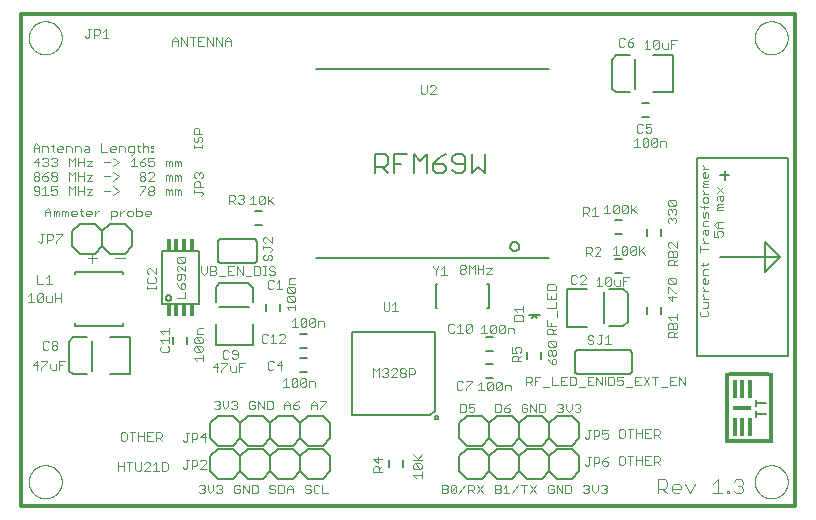
<source format=gto>
G75*
%MOIN*%
%OFA0B0*%
%FSLAX25Y25*%
%IPPOS*%
%LPD*%
%AMOC8*
5,1,8,0,0,1.08239X$1,22.5*
%
%ADD10C,0.00000*%
%ADD11C,0.01200*%
%ADD12C,0.00300*%
%ADD13R,0.01250X0.06250*%
%ADD14R,0.06250X0.01250*%
%ADD15C,0.00800*%
%ADD16R,0.01250X0.23750*%
%ADD17R,0.13600X0.01400*%
%ADD18C,0.00400*%
%ADD19C,0.00500*%
%ADD20C,0.00600*%
%ADD21R,0.01181X0.03937*%
D10*
X0004288Y0009800D02*
X0004290Y0009948D01*
X0004296Y0010096D01*
X0004306Y0010244D01*
X0004320Y0010391D01*
X0004338Y0010538D01*
X0004359Y0010684D01*
X0004385Y0010830D01*
X0004415Y0010975D01*
X0004448Y0011119D01*
X0004486Y0011262D01*
X0004527Y0011404D01*
X0004572Y0011545D01*
X0004620Y0011685D01*
X0004673Y0011824D01*
X0004729Y0011961D01*
X0004789Y0012096D01*
X0004852Y0012230D01*
X0004919Y0012362D01*
X0004990Y0012492D01*
X0005064Y0012620D01*
X0005141Y0012746D01*
X0005222Y0012870D01*
X0005306Y0012992D01*
X0005393Y0013111D01*
X0005484Y0013228D01*
X0005578Y0013343D01*
X0005674Y0013455D01*
X0005774Y0013565D01*
X0005876Y0013671D01*
X0005982Y0013775D01*
X0006090Y0013876D01*
X0006201Y0013974D01*
X0006314Y0014070D01*
X0006430Y0014162D01*
X0006548Y0014251D01*
X0006669Y0014336D01*
X0006792Y0014419D01*
X0006917Y0014498D01*
X0007044Y0014574D01*
X0007173Y0014646D01*
X0007304Y0014715D01*
X0007437Y0014780D01*
X0007572Y0014841D01*
X0007708Y0014899D01*
X0007845Y0014954D01*
X0007984Y0015004D01*
X0008125Y0015051D01*
X0008266Y0015094D01*
X0008409Y0015134D01*
X0008553Y0015169D01*
X0008697Y0015201D01*
X0008843Y0015228D01*
X0008989Y0015252D01*
X0009136Y0015272D01*
X0009283Y0015288D01*
X0009430Y0015300D01*
X0009578Y0015308D01*
X0009726Y0015312D01*
X0009874Y0015312D01*
X0010022Y0015308D01*
X0010170Y0015300D01*
X0010317Y0015288D01*
X0010464Y0015272D01*
X0010611Y0015252D01*
X0010757Y0015228D01*
X0010903Y0015201D01*
X0011047Y0015169D01*
X0011191Y0015134D01*
X0011334Y0015094D01*
X0011475Y0015051D01*
X0011616Y0015004D01*
X0011755Y0014954D01*
X0011892Y0014899D01*
X0012028Y0014841D01*
X0012163Y0014780D01*
X0012296Y0014715D01*
X0012427Y0014646D01*
X0012556Y0014574D01*
X0012683Y0014498D01*
X0012808Y0014419D01*
X0012931Y0014336D01*
X0013052Y0014251D01*
X0013170Y0014162D01*
X0013286Y0014070D01*
X0013399Y0013974D01*
X0013510Y0013876D01*
X0013618Y0013775D01*
X0013724Y0013671D01*
X0013826Y0013565D01*
X0013926Y0013455D01*
X0014022Y0013343D01*
X0014116Y0013228D01*
X0014207Y0013111D01*
X0014294Y0012992D01*
X0014378Y0012870D01*
X0014459Y0012746D01*
X0014536Y0012620D01*
X0014610Y0012492D01*
X0014681Y0012362D01*
X0014748Y0012230D01*
X0014811Y0012096D01*
X0014871Y0011961D01*
X0014927Y0011824D01*
X0014980Y0011685D01*
X0015028Y0011545D01*
X0015073Y0011404D01*
X0015114Y0011262D01*
X0015152Y0011119D01*
X0015185Y0010975D01*
X0015215Y0010830D01*
X0015241Y0010684D01*
X0015262Y0010538D01*
X0015280Y0010391D01*
X0015294Y0010244D01*
X0015304Y0010096D01*
X0015310Y0009948D01*
X0015312Y0009800D01*
X0015310Y0009652D01*
X0015304Y0009504D01*
X0015294Y0009356D01*
X0015280Y0009209D01*
X0015262Y0009062D01*
X0015241Y0008916D01*
X0015215Y0008770D01*
X0015185Y0008625D01*
X0015152Y0008481D01*
X0015114Y0008338D01*
X0015073Y0008196D01*
X0015028Y0008055D01*
X0014980Y0007915D01*
X0014927Y0007776D01*
X0014871Y0007639D01*
X0014811Y0007504D01*
X0014748Y0007370D01*
X0014681Y0007238D01*
X0014610Y0007108D01*
X0014536Y0006980D01*
X0014459Y0006854D01*
X0014378Y0006730D01*
X0014294Y0006608D01*
X0014207Y0006489D01*
X0014116Y0006372D01*
X0014022Y0006257D01*
X0013926Y0006145D01*
X0013826Y0006035D01*
X0013724Y0005929D01*
X0013618Y0005825D01*
X0013510Y0005724D01*
X0013399Y0005626D01*
X0013286Y0005530D01*
X0013170Y0005438D01*
X0013052Y0005349D01*
X0012931Y0005264D01*
X0012808Y0005181D01*
X0012683Y0005102D01*
X0012556Y0005026D01*
X0012427Y0004954D01*
X0012296Y0004885D01*
X0012163Y0004820D01*
X0012028Y0004759D01*
X0011892Y0004701D01*
X0011755Y0004646D01*
X0011616Y0004596D01*
X0011475Y0004549D01*
X0011334Y0004506D01*
X0011191Y0004466D01*
X0011047Y0004431D01*
X0010903Y0004399D01*
X0010757Y0004372D01*
X0010611Y0004348D01*
X0010464Y0004328D01*
X0010317Y0004312D01*
X0010170Y0004300D01*
X0010022Y0004292D01*
X0009874Y0004288D01*
X0009726Y0004288D01*
X0009578Y0004292D01*
X0009430Y0004300D01*
X0009283Y0004312D01*
X0009136Y0004328D01*
X0008989Y0004348D01*
X0008843Y0004372D01*
X0008697Y0004399D01*
X0008553Y0004431D01*
X0008409Y0004466D01*
X0008266Y0004506D01*
X0008125Y0004549D01*
X0007984Y0004596D01*
X0007845Y0004646D01*
X0007708Y0004701D01*
X0007572Y0004759D01*
X0007437Y0004820D01*
X0007304Y0004885D01*
X0007173Y0004954D01*
X0007044Y0005026D01*
X0006917Y0005102D01*
X0006792Y0005181D01*
X0006669Y0005264D01*
X0006548Y0005349D01*
X0006430Y0005438D01*
X0006314Y0005530D01*
X0006201Y0005626D01*
X0006090Y0005724D01*
X0005982Y0005825D01*
X0005876Y0005929D01*
X0005774Y0006035D01*
X0005674Y0006145D01*
X0005578Y0006257D01*
X0005484Y0006372D01*
X0005393Y0006489D01*
X0005306Y0006608D01*
X0005222Y0006730D01*
X0005141Y0006854D01*
X0005064Y0006980D01*
X0004990Y0007108D01*
X0004919Y0007238D01*
X0004852Y0007370D01*
X0004789Y0007504D01*
X0004729Y0007639D01*
X0004673Y0007776D01*
X0004620Y0007915D01*
X0004572Y0008055D01*
X0004527Y0008196D01*
X0004486Y0008338D01*
X0004448Y0008481D01*
X0004415Y0008625D01*
X0004385Y0008770D01*
X0004359Y0008916D01*
X0004338Y0009062D01*
X0004320Y0009209D01*
X0004306Y0009356D01*
X0004296Y0009504D01*
X0004290Y0009652D01*
X0004288Y0009800D01*
X0004288Y0157800D02*
X0004290Y0157948D01*
X0004296Y0158096D01*
X0004306Y0158244D01*
X0004320Y0158391D01*
X0004338Y0158538D01*
X0004359Y0158684D01*
X0004385Y0158830D01*
X0004415Y0158975D01*
X0004448Y0159119D01*
X0004486Y0159262D01*
X0004527Y0159404D01*
X0004572Y0159545D01*
X0004620Y0159685D01*
X0004673Y0159824D01*
X0004729Y0159961D01*
X0004789Y0160096D01*
X0004852Y0160230D01*
X0004919Y0160362D01*
X0004990Y0160492D01*
X0005064Y0160620D01*
X0005141Y0160746D01*
X0005222Y0160870D01*
X0005306Y0160992D01*
X0005393Y0161111D01*
X0005484Y0161228D01*
X0005578Y0161343D01*
X0005674Y0161455D01*
X0005774Y0161565D01*
X0005876Y0161671D01*
X0005982Y0161775D01*
X0006090Y0161876D01*
X0006201Y0161974D01*
X0006314Y0162070D01*
X0006430Y0162162D01*
X0006548Y0162251D01*
X0006669Y0162336D01*
X0006792Y0162419D01*
X0006917Y0162498D01*
X0007044Y0162574D01*
X0007173Y0162646D01*
X0007304Y0162715D01*
X0007437Y0162780D01*
X0007572Y0162841D01*
X0007708Y0162899D01*
X0007845Y0162954D01*
X0007984Y0163004D01*
X0008125Y0163051D01*
X0008266Y0163094D01*
X0008409Y0163134D01*
X0008553Y0163169D01*
X0008697Y0163201D01*
X0008843Y0163228D01*
X0008989Y0163252D01*
X0009136Y0163272D01*
X0009283Y0163288D01*
X0009430Y0163300D01*
X0009578Y0163308D01*
X0009726Y0163312D01*
X0009874Y0163312D01*
X0010022Y0163308D01*
X0010170Y0163300D01*
X0010317Y0163288D01*
X0010464Y0163272D01*
X0010611Y0163252D01*
X0010757Y0163228D01*
X0010903Y0163201D01*
X0011047Y0163169D01*
X0011191Y0163134D01*
X0011334Y0163094D01*
X0011475Y0163051D01*
X0011616Y0163004D01*
X0011755Y0162954D01*
X0011892Y0162899D01*
X0012028Y0162841D01*
X0012163Y0162780D01*
X0012296Y0162715D01*
X0012427Y0162646D01*
X0012556Y0162574D01*
X0012683Y0162498D01*
X0012808Y0162419D01*
X0012931Y0162336D01*
X0013052Y0162251D01*
X0013170Y0162162D01*
X0013286Y0162070D01*
X0013399Y0161974D01*
X0013510Y0161876D01*
X0013618Y0161775D01*
X0013724Y0161671D01*
X0013826Y0161565D01*
X0013926Y0161455D01*
X0014022Y0161343D01*
X0014116Y0161228D01*
X0014207Y0161111D01*
X0014294Y0160992D01*
X0014378Y0160870D01*
X0014459Y0160746D01*
X0014536Y0160620D01*
X0014610Y0160492D01*
X0014681Y0160362D01*
X0014748Y0160230D01*
X0014811Y0160096D01*
X0014871Y0159961D01*
X0014927Y0159824D01*
X0014980Y0159685D01*
X0015028Y0159545D01*
X0015073Y0159404D01*
X0015114Y0159262D01*
X0015152Y0159119D01*
X0015185Y0158975D01*
X0015215Y0158830D01*
X0015241Y0158684D01*
X0015262Y0158538D01*
X0015280Y0158391D01*
X0015294Y0158244D01*
X0015304Y0158096D01*
X0015310Y0157948D01*
X0015312Y0157800D01*
X0015310Y0157652D01*
X0015304Y0157504D01*
X0015294Y0157356D01*
X0015280Y0157209D01*
X0015262Y0157062D01*
X0015241Y0156916D01*
X0015215Y0156770D01*
X0015185Y0156625D01*
X0015152Y0156481D01*
X0015114Y0156338D01*
X0015073Y0156196D01*
X0015028Y0156055D01*
X0014980Y0155915D01*
X0014927Y0155776D01*
X0014871Y0155639D01*
X0014811Y0155504D01*
X0014748Y0155370D01*
X0014681Y0155238D01*
X0014610Y0155108D01*
X0014536Y0154980D01*
X0014459Y0154854D01*
X0014378Y0154730D01*
X0014294Y0154608D01*
X0014207Y0154489D01*
X0014116Y0154372D01*
X0014022Y0154257D01*
X0013926Y0154145D01*
X0013826Y0154035D01*
X0013724Y0153929D01*
X0013618Y0153825D01*
X0013510Y0153724D01*
X0013399Y0153626D01*
X0013286Y0153530D01*
X0013170Y0153438D01*
X0013052Y0153349D01*
X0012931Y0153264D01*
X0012808Y0153181D01*
X0012683Y0153102D01*
X0012556Y0153026D01*
X0012427Y0152954D01*
X0012296Y0152885D01*
X0012163Y0152820D01*
X0012028Y0152759D01*
X0011892Y0152701D01*
X0011755Y0152646D01*
X0011616Y0152596D01*
X0011475Y0152549D01*
X0011334Y0152506D01*
X0011191Y0152466D01*
X0011047Y0152431D01*
X0010903Y0152399D01*
X0010757Y0152372D01*
X0010611Y0152348D01*
X0010464Y0152328D01*
X0010317Y0152312D01*
X0010170Y0152300D01*
X0010022Y0152292D01*
X0009874Y0152288D01*
X0009726Y0152288D01*
X0009578Y0152292D01*
X0009430Y0152300D01*
X0009283Y0152312D01*
X0009136Y0152328D01*
X0008989Y0152348D01*
X0008843Y0152372D01*
X0008697Y0152399D01*
X0008553Y0152431D01*
X0008409Y0152466D01*
X0008266Y0152506D01*
X0008125Y0152549D01*
X0007984Y0152596D01*
X0007845Y0152646D01*
X0007708Y0152701D01*
X0007572Y0152759D01*
X0007437Y0152820D01*
X0007304Y0152885D01*
X0007173Y0152954D01*
X0007044Y0153026D01*
X0006917Y0153102D01*
X0006792Y0153181D01*
X0006669Y0153264D01*
X0006548Y0153349D01*
X0006430Y0153438D01*
X0006314Y0153530D01*
X0006201Y0153626D01*
X0006090Y0153724D01*
X0005982Y0153825D01*
X0005876Y0153929D01*
X0005774Y0154035D01*
X0005674Y0154145D01*
X0005578Y0154257D01*
X0005484Y0154372D01*
X0005393Y0154489D01*
X0005306Y0154608D01*
X0005222Y0154730D01*
X0005141Y0154854D01*
X0005064Y0154980D01*
X0004990Y0155108D01*
X0004919Y0155238D01*
X0004852Y0155370D01*
X0004789Y0155504D01*
X0004729Y0155639D01*
X0004673Y0155776D01*
X0004620Y0155915D01*
X0004572Y0156055D01*
X0004527Y0156196D01*
X0004486Y0156338D01*
X0004448Y0156481D01*
X0004415Y0156625D01*
X0004385Y0156770D01*
X0004359Y0156916D01*
X0004338Y0157062D01*
X0004320Y0157209D01*
X0004306Y0157356D01*
X0004296Y0157504D01*
X0004290Y0157652D01*
X0004288Y0157800D01*
X0246288Y0157800D02*
X0246290Y0157948D01*
X0246296Y0158096D01*
X0246306Y0158244D01*
X0246320Y0158391D01*
X0246338Y0158538D01*
X0246359Y0158684D01*
X0246385Y0158830D01*
X0246415Y0158975D01*
X0246448Y0159119D01*
X0246486Y0159262D01*
X0246527Y0159404D01*
X0246572Y0159545D01*
X0246620Y0159685D01*
X0246673Y0159824D01*
X0246729Y0159961D01*
X0246789Y0160096D01*
X0246852Y0160230D01*
X0246919Y0160362D01*
X0246990Y0160492D01*
X0247064Y0160620D01*
X0247141Y0160746D01*
X0247222Y0160870D01*
X0247306Y0160992D01*
X0247393Y0161111D01*
X0247484Y0161228D01*
X0247578Y0161343D01*
X0247674Y0161455D01*
X0247774Y0161565D01*
X0247876Y0161671D01*
X0247982Y0161775D01*
X0248090Y0161876D01*
X0248201Y0161974D01*
X0248314Y0162070D01*
X0248430Y0162162D01*
X0248548Y0162251D01*
X0248669Y0162336D01*
X0248792Y0162419D01*
X0248917Y0162498D01*
X0249044Y0162574D01*
X0249173Y0162646D01*
X0249304Y0162715D01*
X0249437Y0162780D01*
X0249572Y0162841D01*
X0249708Y0162899D01*
X0249845Y0162954D01*
X0249984Y0163004D01*
X0250125Y0163051D01*
X0250266Y0163094D01*
X0250409Y0163134D01*
X0250553Y0163169D01*
X0250697Y0163201D01*
X0250843Y0163228D01*
X0250989Y0163252D01*
X0251136Y0163272D01*
X0251283Y0163288D01*
X0251430Y0163300D01*
X0251578Y0163308D01*
X0251726Y0163312D01*
X0251874Y0163312D01*
X0252022Y0163308D01*
X0252170Y0163300D01*
X0252317Y0163288D01*
X0252464Y0163272D01*
X0252611Y0163252D01*
X0252757Y0163228D01*
X0252903Y0163201D01*
X0253047Y0163169D01*
X0253191Y0163134D01*
X0253334Y0163094D01*
X0253475Y0163051D01*
X0253616Y0163004D01*
X0253755Y0162954D01*
X0253892Y0162899D01*
X0254028Y0162841D01*
X0254163Y0162780D01*
X0254296Y0162715D01*
X0254427Y0162646D01*
X0254556Y0162574D01*
X0254683Y0162498D01*
X0254808Y0162419D01*
X0254931Y0162336D01*
X0255052Y0162251D01*
X0255170Y0162162D01*
X0255286Y0162070D01*
X0255399Y0161974D01*
X0255510Y0161876D01*
X0255618Y0161775D01*
X0255724Y0161671D01*
X0255826Y0161565D01*
X0255926Y0161455D01*
X0256022Y0161343D01*
X0256116Y0161228D01*
X0256207Y0161111D01*
X0256294Y0160992D01*
X0256378Y0160870D01*
X0256459Y0160746D01*
X0256536Y0160620D01*
X0256610Y0160492D01*
X0256681Y0160362D01*
X0256748Y0160230D01*
X0256811Y0160096D01*
X0256871Y0159961D01*
X0256927Y0159824D01*
X0256980Y0159685D01*
X0257028Y0159545D01*
X0257073Y0159404D01*
X0257114Y0159262D01*
X0257152Y0159119D01*
X0257185Y0158975D01*
X0257215Y0158830D01*
X0257241Y0158684D01*
X0257262Y0158538D01*
X0257280Y0158391D01*
X0257294Y0158244D01*
X0257304Y0158096D01*
X0257310Y0157948D01*
X0257312Y0157800D01*
X0257310Y0157652D01*
X0257304Y0157504D01*
X0257294Y0157356D01*
X0257280Y0157209D01*
X0257262Y0157062D01*
X0257241Y0156916D01*
X0257215Y0156770D01*
X0257185Y0156625D01*
X0257152Y0156481D01*
X0257114Y0156338D01*
X0257073Y0156196D01*
X0257028Y0156055D01*
X0256980Y0155915D01*
X0256927Y0155776D01*
X0256871Y0155639D01*
X0256811Y0155504D01*
X0256748Y0155370D01*
X0256681Y0155238D01*
X0256610Y0155108D01*
X0256536Y0154980D01*
X0256459Y0154854D01*
X0256378Y0154730D01*
X0256294Y0154608D01*
X0256207Y0154489D01*
X0256116Y0154372D01*
X0256022Y0154257D01*
X0255926Y0154145D01*
X0255826Y0154035D01*
X0255724Y0153929D01*
X0255618Y0153825D01*
X0255510Y0153724D01*
X0255399Y0153626D01*
X0255286Y0153530D01*
X0255170Y0153438D01*
X0255052Y0153349D01*
X0254931Y0153264D01*
X0254808Y0153181D01*
X0254683Y0153102D01*
X0254556Y0153026D01*
X0254427Y0152954D01*
X0254296Y0152885D01*
X0254163Y0152820D01*
X0254028Y0152759D01*
X0253892Y0152701D01*
X0253755Y0152646D01*
X0253616Y0152596D01*
X0253475Y0152549D01*
X0253334Y0152506D01*
X0253191Y0152466D01*
X0253047Y0152431D01*
X0252903Y0152399D01*
X0252757Y0152372D01*
X0252611Y0152348D01*
X0252464Y0152328D01*
X0252317Y0152312D01*
X0252170Y0152300D01*
X0252022Y0152292D01*
X0251874Y0152288D01*
X0251726Y0152288D01*
X0251578Y0152292D01*
X0251430Y0152300D01*
X0251283Y0152312D01*
X0251136Y0152328D01*
X0250989Y0152348D01*
X0250843Y0152372D01*
X0250697Y0152399D01*
X0250553Y0152431D01*
X0250409Y0152466D01*
X0250266Y0152506D01*
X0250125Y0152549D01*
X0249984Y0152596D01*
X0249845Y0152646D01*
X0249708Y0152701D01*
X0249572Y0152759D01*
X0249437Y0152820D01*
X0249304Y0152885D01*
X0249173Y0152954D01*
X0249044Y0153026D01*
X0248917Y0153102D01*
X0248792Y0153181D01*
X0248669Y0153264D01*
X0248548Y0153349D01*
X0248430Y0153438D01*
X0248314Y0153530D01*
X0248201Y0153626D01*
X0248090Y0153724D01*
X0247982Y0153825D01*
X0247876Y0153929D01*
X0247774Y0154035D01*
X0247674Y0154145D01*
X0247578Y0154257D01*
X0247484Y0154372D01*
X0247393Y0154489D01*
X0247306Y0154608D01*
X0247222Y0154730D01*
X0247141Y0154854D01*
X0247064Y0154980D01*
X0246990Y0155108D01*
X0246919Y0155238D01*
X0246852Y0155370D01*
X0246789Y0155504D01*
X0246729Y0155639D01*
X0246673Y0155776D01*
X0246620Y0155915D01*
X0246572Y0156055D01*
X0246527Y0156196D01*
X0246486Y0156338D01*
X0246448Y0156481D01*
X0246415Y0156625D01*
X0246385Y0156770D01*
X0246359Y0156916D01*
X0246338Y0157062D01*
X0246320Y0157209D01*
X0246306Y0157356D01*
X0246296Y0157504D01*
X0246290Y0157652D01*
X0246288Y0157800D01*
X0246288Y0009800D02*
X0246290Y0009948D01*
X0246296Y0010096D01*
X0246306Y0010244D01*
X0246320Y0010391D01*
X0246338Y0010538D01*
X0246359Y0010684D01*
X0246385Y0010830D01*
X0246415Y0010975D01*
X0246448Y0011119D01*
X0246486Y0011262D01*
X0246527Y0011404D01*
X0246572Y0011545D01*
X0246620Y0011685D01*
X0246673Y0011824D01*
X0246729Y0011961D01*
X0246789Y0012096D01*
X0246852Y0012230D01*
X0246919Y0012362D01*
X0246990Y0012492D01*
X0247064Y0012620D01*
X0247141Y0012746D01*
X0247222Y0012870D01*
X0247306Y0012992D01*
X0247393Y0013111D01*
X0247484Y0013228D01*
X0247578Y0013343D01*
X0247674Y0013455D01*
X0247774Y0013565D01*
X0247876Y0013671D01*
X0247982Y0013775D01*
X0248090Y0013876D01*
X0248201Y0013974D01*
X0248314Y0014070D01*
X0248430Y0014162D01*
X0248548Y0014251D01*
X0248669Y0014336D01*
X0248792Y0014419D01*
X0248917Y0014498D01*
X0249044Y0014574D01*
X0249173Y0014646D01*
X0249304Y0014715D01*
X0249437Y0014780D01*
X0249572Y0014841D01*
X0249708Y0014899D01*
X0249845Y0014954D01*
X0249984Y0015004D01*
X0250125Y0015051D01*
X0250266Y0015094D01*
X0250409Y0015134D01*
X0250553Y0015169D01*
X0250697Y0015201D01*
X0250843Y0015228D01*
X0250989Y0015252D01*
X0251136Y0015272D01*
X0251283Y0015288D01*
X0251430Y0015300D01*
X0251578Y0015308D01*
X0251726Y0015312D01*
X0251874Y0015312D01*
X0252022Y0015308D01*
X0252170Y0015300D01*
X0252317Y0015288D01*
X0252464Y0015272D01*
X0252611Y0015252D01*
X0252757Y0015228D01*
X0252903Y0015201D01*
X0253047Y0015169D01*
X0253191Y0015134D01*
X0253334Y0015094D01*
X0253475Y0015051D01*
X0253616Y0015004D01*
X0253755Y0014954D01*
X0253892Y0014899D01*
X0254028Y0014841D01*
X0254163Y0014780D01*
X0254296Y0014715D01*
X0254427Y0014646D01*
X0254556Y0014574D01*
X0254683Y0014498D01*
X0254808Y0014419D01*
X0254931Y0014336D01*
X0255052Y0014251D01*
X0255170Y0014162D01*
X0255286Y0014070D01*
X0255399Y0013974D01*
X0255510Y0013876D01*
X0255618Y0013775D01*
X0255724Y0013671D01*
X0255826Y0013565D01*
X0255926Y0013455D01*
X0256022Y0013343D01*
X0256116Y0013228D01*
X0256207Y0013111D01*
X0256294Y0012992D01*
X0256378Y0012870D01*
X0256459Y0012746D01*
X0256536Y0012620D01*
X0256610Y0012492D01*
X0256681Y0012362D01*
X0256748Y0012230D01*
X0256811Y0012096D01*
X0256871Y0011961D01*
X0256927Y0011824D01*
X0256980Y0011685D01*
X0257028Y0011545D01*
X0257073Y0011404D01*
X0257114Y0011262D01*
X0257152Y0011119D01*
X0257185Y0010975D01*
X0257215Y0010830D01*
X0257241Y0010684D01*
X0257262Y0010538D01*
X0257280Y0010391D01*
X0257294Y0010244D01*
X0257304Y0010096D01*
X0257310Y0009948D01*
X0257312Y0009800D01*
X0257310Y0009652D01*
X0257304Y0009504D01*
X0257294Y0009356D01*
X0257280Y0009209D01*
X0257262Y0009062D01*
X0257241Y0008916D01*
X0257215Y0008770D01*
X0257185Y0008625D01*
X0257152Y0008481D01*
X0257114Y0008338D01*
X0257073Y0008196D01*
X0257028Y0008055D01*
X0256980Y0007915D01*
X0256927Y0007776D01*
X0256871Y0007639D01*
X0256811Y0007504D01*
X0256748Y0007370D01*
X0256681Y0007238D01*
X0256610Y0007108D01*
X0256536Y0006980D01*
X0256459Y0006854D01*
X0256378Y0006730D01*
X0256294Y0006608D01*
X0256207Y0006489D01*
X0256116Y0006372D01*
X0256022Y0006257D01*
X0255926Y0006145D01*
X0255826Y0006035D01*
X0255724Y0005929D01*
X0255618Y0005825D01*
X0255510Y0005724D01*
X0255399Y0005626D01*
X0255286Y0005530D01*
X0255170Y0005438D01*
X0255052Y0005349D01*
X0254931Y0005264D01*
X0254808Y0005181D01*
X0254683Y0005102D01*
X0254556Y0005026D01*
X0254427Y0004954D01*
X0254296Y0004885D01*
X0254163Y0004820D01*
X0254028Y0004759D01*
X0253892Y0004701D01*
X0253755Y0004646D01*
X0253616Y0004596D01*
X0253475Y0004549D01*
X0253334Y0004506D01*
X0253191Y0004466D01*
X0253047Y0004431D01*
X0252903Y0004399D01*
X0252757Y0004372D01*
X0252611Y0004348D01*
X0252464Y0004328D01*
X0252317Y0004312D01*
X0252170Y0004300D01*
X0252022Y0004292D01*
X0251874Y0004288D01*
X0251726Y0004288D01*
X0251578Y0004292D01*
X0251430Y0004300D01*
X0251283Y0004312D01*
X0251136Y0004328D01*
X0250989Y0004348D01*
X0250843Y0004372D01*
X0250697Y0004399D01*
X0250553Y0004431D01*
X0250409Y0004466D01*
X0250266Y0004506D01*
X0250125Y0004549D01*
X0249984Y0004596D01*
X0249845Y0004646D01*
X0249708Y0004701D01*
X0249572Y0004759D01*
X0249437Y0004820D01*
X0249304Y0004885D01*
X0249173Y0004954D01*
X0249044Y0005026D01*
X0248917Y0005102D01*
X0248792Y0005181D01*
X0248669Y0005264D01*
X0248548Y0005349D01*
X0248430Y0005438D01*
X0248314Y0005530D01*
X0248201Y0005626D01*
X0248090Y0005724D01*
X0247982Y0005825D01*
X0247876Y0005929D01*
X0247774Y0006035D01*
X0247674Y0006145D01*
X0247578Y0006257D01*
X0247484Y0006372D01*
X0247393Y0006489D01*
X0247306Y0006608D01*
X0247222Y0006730D01*
X0247141Y0006854D01*
X0247064Y0006980D01*
X0246990Y0007108D01*
X0246919Y0007238D01*
X0246852Y0007370D01*
X0246789Y0007504D01*
X0246729Y0007639D01*
X0246673Y0007776D01*
X0246620Y0007915D01*
X0246572Y0008055D01*
X0246527Y0008196D01*
X0246486Y0008338D01*
X0246448Y0008481D01*
X0246415Y0008625D01*
X0246385Y0008770D01*
X0246359Y0008916D01*
X0246338Y0009062D01*
X0246320Y0009209D01*
X0246306Y0009356D01*
X0246296Y0009504D01*
X0246290Y0009652D01*
X0246288Y0009800D01*
D11*
X0001800Y0001800D02*
X0001800Y0165501D01*
X0001800Y0165800D02*
X0259800Y0165800D01*
X0259800Y0001800D01*
X0259721Y0001800D02*
X0001800Y0001800D01*
D12*
X0033950Y0013450D02*
X0033950Y0016352D01*
X0033950Y0014901D02*
X0035885Y0014901D01*
X0035885Y0016352D02*
X0035885Y0013450D01*
X0037864Y0013450D02*
X0037864Y0016352D01*
X0036897Y0016352D02*
X0038831Y0016352D01*
X0039843Y0016352D02*
X0039843Y0013934D01*
X0040327Y0013450D01*
X0041294Y0013450D01*
X0041778Y0013934D01*
X0041778Y0016352D01*
X0042790Y0015869D02*
X0043273Y0016352D01*
X0044241Y0016352D01*
X0044725Y0015869D01*
X0044725Y0015385D01*
X0042790Y0013450D01*
X0044725Y0013450D01*
X0045736Y0013450D02*
X0047671Y0013450D01*
X0046704Y0013450D02*
X0046704Y0016352D01*
X0045736Y0015385D01*
X0048683Y0016352D02*
X0048683Y0013450D01*
X0050134Y0013450D01*
X0050618Y0013934D01*
X0050618Y0015869D01*
X0050134Y0016352D01*
X0048683Y0016352D01*
X0055650Y0014634D02*
X0056134Y0014150D01*
X0056617Y0014150D01*
X0057101Y0014634D01*
X0057101Y0017052D01*
X0056617Y0017052D02*
X0057585Y0017052D01*
X0058597Y0017052D02*
X0060048Y0017052D01*
X0060531Y0016569D01*
X0060531Y0015601D01*
X0060048Y0015117D01*
X0058597Y0015117D01*
X0058597Y0014150D02*
X0058597Y0017052D01*
X0061543Y0016569D02*
X0062027Y0017052D01*
X0062994Y0017052D01*
X0063478Y0016569D01*
X0063478Y0016085D01*
X0061543Y0014150D01*
X0063478Y0014150D01*
X0063897Y0008852D02*
X0063897Y0006917D01*
X0064864Y0005950D01*
X0065831Y0006917D01*
X0065831Y0008852D01*
X0066843Y0008369D02*
X0067327Y0008852D01*
X0068294Y0008852D01*
X0068778Y0008369D01*
X0068778Y0007885D01*
X0068294Y0007401D01*
X0068778Y0006917D01*
X0068778Y0006434D01*
X0068294Y0005950D01*
X0067327Y0005950D01*
X0066843Y0006434D01*
X0067811Y0007401D02*
X0068294Y0007401D01*
X0072736Y0006434D02*
X0073220Y0005950D01*
X0074187Y0005950D01*
X0074671Y0006434D01*
X0074671Y0007401D01*
X0073704Y0007401D01*
X0074671Y0008369D02*
X0074187Y0008852D01*
X0073220Y0008852D01*
X0072736Y0008369D01*
X0072736Y0006434D01*
X0075683Y0005950D02*
X0075683Y0008852D01*
X0077618Y0005950D01*
X0077618Y0008852D01*
X0078629Y0008852D02*
X0080080Y0008852D01*
X0080564Y0008369D01*
X0080564Y0006434D01*
X0080080Y0005950D01*
X0078629Y0005950D01*
X0078629Y0008852D01*
X0084522Y0008369D02*
X0084522Y0007885D01*
X0085006Y0007401D01*
X0085973Y0007401D01*
X0086457Y0006917D01*
X0086457Y0006434D01*
X0085973Y0005950D01*
X0085006Y0005950D01*
X0084522Y0006434D01*
X0084522Y0008369D02*
X0085006Y0008852D01*
X0085973Y0008852D01*
X0086457Y0008369D01*
X0087469Y0008852D02*
X0087469Y0005950D01*
X0088920Y0005950D01*
X0089404Y0006434D01*
X0089404Y0008369D01*
X0088920Y0008852D01*
X0087469Y0008852D01*
X0090415Y0007885D02*
X0091383Y0008852D01*
X0092350Y0007885D01*
X0092350Y0005950D01*
X0092350Y0007401D02*
X0090415Y0007401D01*
X0090415Y0007885D02*
X0090415Y0005950D01*
X0096308Y0006434D02*
X0096792Y0005950D01*
X0097759Y0005950D01*
X0098243Y0006434D01*
X0098243Y0006917D01*
X0097759Y0007401D01*
X0096792Y0007401D01*
X0096308Y0007885D01*
X0096308Y0008369D01*
X0096792Y0008852D01*
X0097759Y0008852D01*
X0098243Y0008369D01*
X0099255Y0008369D02*
X0099255Y0006434D01*
X0099738Y0005950D01*
X0100706Y0005950D01*
X0101190Y0006434D01*
X0102201Y0005950D02*
X0104136Y0005950D01*
X0102201Y0005950D02*
X0102201Y0008852D01*
X0101190Y0008369D02*
X0100706Y0008852D01*
X0099738Y0008852D01*
X0099255Y0008369D01*
X0119198Y0013057D02*
X0119198Y0014508D01*
X0119681Y0014992D01*
X0120649Y0014992D01*
X0121133Y0014508D01*
X0121133Y0013057D01*
X0122100Y0013057D02*
X0119198Y0013057D01*
X0121133Y0014024D02*
X0122100Y0014992D01*
X0120649Y0016003D02*
X0120649Y0017938D01*
X0122100Y0017455D02*
X0119198Y0017455D01*
X0120649Y0016003D01*
X0132448Y0015508D02*
X0132448Y0014541D01*
X0132931Y0014057D01*
X0134866Y0014057D01*
X0132931Y0015992D01*
X0134866Y0015992D01*
X0135350Y0015508D01*
X0135350Y0014541D01*
X0134866Y0014057D01*
X0135350Y0013045D02*
X0135350Y0011110D01*
X0135350Y0012078D02*
X0132448Y0012078D01*
X0133415Y0011110D01*
X0132448Y0015508D02*
X0132931Y0015992D01*
X0132448Y0017003D02*
X0135350Y0017003D01*
X0134383Y0017003D02*
X0132448Y0018938D01*
X0133899Y0017487D02*
X0135350Y0018938D01*
X0141950Y0008852D02*
X0143401Y0008852D01*
X0143885Y0008369D01*
X0143885Y0007885D01*
X0143401Y0007401D01*
X0141950Y0007401D01*
X0141950Y0005950D02*
X0143401Y0005950D01*
X0143885Y0006434D01*
X0143885Y0006917D01*
X0143401Y0007401D01*
X0144897Y0006434D02*
X0146831Y0008369D01*
X0146831Y0006434D01*
X0146348Y0005950D01*
X0145380Y0005950D01*
X0144897Y0006434D01*
X0144897Y0008369D01*
X0145380Y0008852D01*
X0146348Y0008852D01*
X0146831Y0008369D01*
X0147843Y0005950D02*
X0149778Y0008852D01*
X0150790Y0008852D02*
X0152241Y0008852D01*
X0152725Y0008369D01*
X0152725Y0007401D01*
X0152241Y0006917D01*
X0150790Y0006917D01*
X0150790Y0005950D02*
X0150790Y0008852D01*
X0151757Y0006917D02*
X0152725Y0005950D01*
X0153736Y0005950D02*
X0155671Y0008852D01*
X0153736Y0008852D02*
X0155671Y0005950D01*
X0159629Y0005950D02*
X0159629Y0008852D01*
X0161080Y0008852D01*
X0161564Y0008369D01*
X0161564Y0007885D01*
X0161080Y0007401D01*
X0159629Y0007401D01*
X0159629Y0005950D02*
X0161080Y0005950D01*
X0161564Y0006434D01*
X0161564Y0006917D01*
X0161080Y0007401D01*
X0162576Y0007885D02*
X0163543Y0008852D01*
X0163543Y0005950D01*
X0162576Y0005950D02*
X0164511Y0005950D01*
X0165522Y0005950D02*
X0167457Y0008852D01*
X0168469Y0008852D02*
X0170404Y0008852D01*
X0169436Y0008852D02*
X0169436Y0005950D01*
X0171415Y0005950D02*
X0173350Y0008852D01*
X0171415Y0008852D02*
X0173350Y0005950D01*
X0177308Y0006434D02*
X0177308Y0008369D01*
X0177792Y0008852D01*
X0178759Y0008852D01*
X0179243Y0008369D01*
X0179243Y0007401D02*
X0178276Y0007401D01*
X0179243Y0007401D02*
X0179243Y0006434D01*
X0178759Y0005950D01*
X0177792Y0005950D01*
X0177308Y0006434D01*
X0180255Y0005950D02*
X0180255Y0008852D01*
X0182190Y0005950D01*
X0182190Y0008852D01*
X0183201Y0008852D02*
X0184652Y0008852D01*
X0185136Y0008369D01*
X0185136Y0006434D01*
X0184652Y0005950D01*
X0183201Y0005950D01*
X0183201Y0008852D01*
X0189094Y0008369D02*
X0189578Y0008852D01*
X0190546Y0008852D01*
X0191029Y0008369D01*
X0191029Y0007885D01*
X0190546Y0007401D01*
X0191029Y0006917D01*
X0191029Y0006434D01*
X0190546Y0005950D01*
X0189578Y0005950D01*
X0189094Y0006434D01*
X0190062Y0007401D02*
X0190546Y0007401D01*
X0192041Y0006917D02*
X0193008Y0005950D01*
X0193976Y0006917D01*
X0193976Y0008852D01*
X0194987Y0008369D02*
X0195471Y0008852D01*
X0196439Y0008852D01*
X0196922Y0008369D01*
X0196922Y0007885D01*
X0196439Y0007401D01*
X0196922Y0006917D01*
X0196922Y0006434D01*
X0196439Y0005950D01*
X0195471Y0005950D01*
X0194987Y0006434D01*
X0195955Y0007401D02*
X0196439Y0007401D01*
X0192041Y0006917D02*
X0192041Y0008852D01*
X0192597Y0015150D02*
X0192597Y0018052D01*
X0194048Y0018052D01*
X0194531Y0017569D01*
X0194531Y0016601D01*
X0194048Y0016117D01*
X0192597Y0016117D01*
X0191101Y0015634D02*
X0191101Y0018052D01*
X0190617Y0018052D02*
X0191585Y0018052D01*
X0191101Y0015634D02*
X0190617Y0015150D01*
X0190134Y0015150D01*
X0189650Y0015634D01*
X0195543Y0015634D02*
X0196027Y0015150D01*
X0196994Y0015150D01*
X0197478Y0015634D01*
X0197478Y0016117D01*
X0196994Y0016601D01*
X0195543Y0016601D01*
X0195543Y0015634D01*
X0195543Y0016601D02*
X0196511Y0017569D01*
X0197478Y0018052D01*
X0200950Y0017869D02*
X0200950Y0015934D01*
X0201434Y0015450D01*
X0202401Y0015450D01*
X0202885Y0015934D01*
X0202885Y0017869D01*
X0202401Y0018352D01*
X0201434Y0018352D01*
X0200950Y0017869D01*
X0203897Y0018352D02*
X0205831Y0018352D01*
X0204864Y0018352D02*
X0204864Y0015450D01*
X0206843Y0015450D02*
X0206843Y0018352D01*
X0206843Y0016901D02*
X0208778Y0016901D01*
X0209790Y0016901D02*
X0210757Y0016901D01*
X0209790Y0018352D02*
X0209790Y0015450D01*
X0211725Y0015450D01*
X0212736Y0015450D02*
X0212736Y0018352D01*
X0214187Y0018352D01*
X0214671Y0017869D01*
X0214671Y0016901D01*
X0214187Y0016417D01*
X0212736Y0016417D01*
X0213704Y0016417D02*
X0214671Y0015450D01*
X0211725Y0018352D02*
X0209790Y0018352D01*
X0208778Y0018352D02*
X0208778Y0015450D01*
X0208778Y0024450D02*
X0208778Y0027352D01*
X0209790Y0027352D02*
X0209790Y0024450D01*
X0211725Y0024450D01*
X0212736Y0024450D02*
X0212736Y0027352D01*
X0214187Y0027352D01*
X0214671Y0026869D01*
X0214671Y0025901D01*
X0214187Y0025417D01*
X0212736Y0025417D01*
X0213704Y0025417D02*
X0214671Y0024450D01*
X0211725Y0027352D02*
X0209790Y0027352D01*
X0209790Y0025901D02*
X0210757Y0025901D01*
X0208778Y0025901D02*
X0206843Y0025901D01*
X0206843Y0024450D02*
X0206843Y0027352D01*
X0205831Y0027352D02*
X0203897Y0027352D01*
X0204864Y0027352D02*
X0204864Y0024450D01*
X0202885Y0024934D02*
X0202885Y0026869D01*
X0202401Y0027352D01*
X0201434Y0027352D01*
X0200950Y0026869D01*
X0200950Y0024934D01*
X0201434Y0024450D01*
X0202401Y0024450D01*
X0202885Y0024934D01*
X0197478Y0024634D02*
X0196994Y0024150D01*
X0196027Y0024150D01*
X0195543Y0024634D01*
X0195543Y0025601D02*
X0196511Y0026085D01*
X0196994Y0026085D01*
X0197478Y0025601D01*
X0197478Y0024634D01*
X0195543Y0025601D02*
X0195543Y0027052D01*
X0197478Y0027052D01*
X0194531Y0026569D02*
X0194531Y0025601D01*
X0194048Y0025117D01*
X0192597Y0025117D01*
X0192597Y0024150D02*
X0192597Y0027052D01*
X0194048Y0027052D01*
X0194531Y0026569D01*
X0191585Y0027052D02*
X0190617Y0027052D01*
X0191101Y0027052D02*
X0191101Y0024634D01*
X0190617Y0024150D01*
X0190134Y0024150D01*
X0189650Y0024634D01*
X0187706Y0032950D02*
X0186738Y0032950D01*
X0186255Y0033434D01*
X0185243Y0033917D02*
X0185243Y0035852D01*
X0186255Y0035369D02*
X0186738Y0035852D01*
X0187706Y0035852D01*
X0188190Y0035369D01*
X0188190Y0034885D01*
X0187706Y0034401D01*
X0188190Y0033917D01*
X0188190Y0033434D01*
X0187706Y0032950D01*
X0187706Y0034401D02*
X0187222Y0034401D01*
X0185243Y0033917D02*
X0184276Y0032950D01*
X0183308Y0033917D01*
X0183308Y0035852D01*
X0182297Y0035369D02*
X0182297Y0034885D01*
X0181813Y0034401D01*
X0182297Y0033917D01*
X0182297Y0033434D01*
X0181813Y0032950D01*
X0180845Y0032950D01*
X0180362Y0033434D01*
X0181329Y0034401D02*
X0181813Y0034401D01*
X0182297Y0035369D02*
X0181813Y0035852D01*
X0180845Y0035852D01*
X0180362Y0035369D01*
X0176404Y0035369D02*
X0175920Y0035852D01*
X0174469Y0035852D01*
X0174469Y0032950D01*
X0175920Y0032950D01*
X0176404Y0033434D01*
X0176404Y0035369D01*
X0173457Y0035852D02*
X0173457Y0032950D01*
X0171522Y0035852D01*
X0171522Y0032950D01*
X0170511Y0033434D02*
X0170511Y0034401D01*
X0169543Y0034401D01*
X0168576Y0033434D02*
X0169059Y0032950D01*
X0170027Y0032950D01*
X0170511Y0033434D01*
X0168576Y0033434D02*
X0168576Y0035369D01*
X0169059Y0035852D01*
X0170027Y0035852D01*
X0170511Y0035369D01*
X0164618Y0035852D02*
X0163650Y0035369D01*
X0162683Y0034401D01*
X0164134Y0034401D01*
X0164618Y0033917D01*
X0164618Y0033434D01*
X0164134Y0032950D01*
X0163166Y0032950D01*
X0162683Y0033434D01*
X0162683Y0034401D01*
X0161671Y0033434D02*
X0161671Y0035369D01*
X0161187Y0035852D01*
X0159736Y0035852D01*
X0159736Y0032950D01*
X0161187Y0032950D01*
X0161671Y0033434D01*
X0152831Y0033434D02*
X0152348Y0032950D01*
X0151380Y0032950D01*
X0150897Y0033434D01*
X0150897Y0034401D02*
X0151864Y0034885D01*
X0152348Y0034885D01*
X0152831Y0034401D01*
X0152831Y0033434D01*
X0150897Y0034401D02*
X0150897Y0035852D01*
X0152831Y0035852D01*
X0149885Y0035369D02*
X0149401Y0035852D01*
X0147950Y0035852D01*
X0147950Y0032950D01*
X0149401Y0032950D01*
X0149885Y0033434D01*
X0149885Y0035369D01*
X0150003Y0040500D02*
X0150003Y0040984D01*
X0151938Y0042919D01*
X0151938Y0043402D01*
X0150003Y0043402D01*
X0148992Y0042919D02*
X0148508Y0043402D01*
X0147541Y0043402D01*
X0147057Y0042919D01*
X0147057Y0040984D01*
X0147541Y0040500D01*
X0148508Y0040500D01*
X0148992Y0040984D01*
X0154164Y0040250D02*
X0156099Y0040250D01*
X0155131Y0040250D02*
X0155131Y0043152D01*
X0154164Y0042185D01*
X0157110Y0042669D02*
X0157110Y0040734D01*
X0159045Y0042669D01*
X0159045Y0040734D01*
X0158562Y0040250D01*
X0157594Y0040250D01*
X0157110Y0040734D01*
X0157110Y0042669D02*
X0157594Y0043152D01*
X0158562Y0043152D01*
X0159045Y0042669D01*
X0160057Y0042669D02*
X0160057Y0040734D01*
X0161992Y0042669D01*
X0161992Y0040734D01*
X0161508Y0040250D01*
X0160541Y0040250D01*
X0160057Y0040734D01*
X0160057Y0042669D02*
X0160541Y0043152D01*
X0161508Y0043152D01*
X0161992Y0042669D01*
X0163003Y0042185D02*
X0163003Y0040250D01*
X0163003Y0042185D02*
X0164455Y0042185D01*
X0164938Y0041701D01*
X0164938Y0040250D01*
X0169950Y0041950D02*
X0169950Y0044852D01*
X0171401Y0044852D01*
X0171885Y0044369D01*
X0171885Y0043401D01*
X0171401Y0042917D01*
X0169950Y0042917D01*
X0170917Y0042917D02*
X0171885Y0041950D01*
X0172897Y0041950D02*
X0172897Y0044852D01*
X0174831Y0044852D01*
X0173864Y0043401D02*
X0172897Y0043401D01*
X0175843Y0041466D02*
X0177778Y0041466D01*
X0178790Y0041950D02*
X0180725Y0041950D01*
X0181736Y0041950D02*
X0183671Y0041950D01*
X0184683Y0041950D02*
X0186134Y0041950D01*
X0186618Y0042434D01*
X0186618Y0044369D01*
X0186134Y0044852D01*
X0184683Y0044852D01*
X0184683Y0041950D01*
X0182704Y0043401D02*
X0181736Y0043401D01*
X0181736Y0044852D02*
X0181736Y0041950D01*
X0181736Y0044852D02*
X0183671Y0044852D01*
X0178790Y0044852D02*
X0178790Y0041950D01*
X0187629Y0041466D02*
X0189564Y0041466D01*
X0190576Y0041950D02*
X0192511Y0041950D01*
X0193522Y0041950D02*
X0193522Y0044852D01*
X0195457Y0041950D01*
X0195457Y0044852D01*
X0196469Y0044852D02*
X0196469Y0041950D01*
X0197451Y0041950D02*
X0198902Y0041950D01*
X0199386Y0042434D01*
X0199386Y0044369D01*
X0198902Y0044852D01*
X0197451Y0044852D01*
X0197451Y0041950D01*
X0200397Y0042434D02*
X0200881Y0041950D01*
X0201849Y0041950D01*
X0202332Y0042434D01*
X0202332Y0043401D01*
X0201849Y0043885D01*
X0201365Y0043885D01*
X0200397Y0043401D01*
X0200397Y0044852D01*
X0202332Y0044852D01*
X0206290Y0044852D02*
X0206290Y0041950D01*
X0208225Y0041950D01*
X0209237Y0041950D02*
X0211172Y0044852D01*
X0212183Y0044852D02*
X0214118Y0044852D01*
X0213151Y0044852D02*
X0213151Y0041950D01*
X0211172Y0041950D02*
X0209237Y0044852D01*
X0208225Y0044852D02*
X0206290Y0044852D01*
X0206290Y0043401D02*
X0207258Y0043401D01*
X0205279Y0041466D02*
X0203344Y0041466D01*
X0192511Y0044852D02*
X0190576Y0044852D01*
X0190576Y0041950D01*
X0190576Y0043401D02*
X0191543Y0043401D01*
X0180150Y0049434D02*
X0180150Y0050401D01*
X0179666Y0050885D01*
X0179183Y0050885D01*
X0178699Y0050401D01*
X0178699Y0048950D01*
X0179666Y0048950D01*
X0180150Y0049434D01*
X0178699Y0048950D02*
X0177731Y0049917D01*
X0177248Y0050885D01*
X0177731Y0051897D02*
X0178215Y0051897D01*
X0178699Y0052380D01*
X0178699Y0053348D01*
X0179183Y0053831D01*
X0179666Y0053831D01*
X0180150Y0053348D01*
X0180150Y0052380D01*
X0179666Y0051897D01*
X0179183Y0051897D01*
X0178699Y0052380D01*
X0178699Y0053348D02*
X0178215Y0053831D01*
X0177731Y0053831D01*
X0177248Y0053348D01*
X0177248Y0052380D01*
X0177731Y0051897D01*
X0177731Y0054843D02*
X0177248Y0055327D01*
X0177248Y0056294D01*
X0177731Y0056778D01*
X0179666Y0054843D01*
X0180150Y0055327D01*
X0180150Y0056294D01*
X0179666Y0056778D01*
X0177731Y0056778D01*
X0177731Y0054843D02*
X0179666Y0054843D01*
X0179900Y0058950D02*
X0176998Y0058950D01*
X0176998Y0060401D01*
X0177481Y0060885D01*
X0178449Y0060885D01*
X0178933Y0060401D01*
X0178933Y0058950D01*
X0178933Y0059917D02*
X0179900Y0060885D01*
X0179900Y0061897D02*
X0176998Y0061897D01*
X0176998Y0063831D01*
X0178449Y0062864D02*
X0178449Y0061897D01*
X0180384Y0064843D02*
X0180384Y0066778D01*
X0179900Y0067790D02*
X0176998Y0067790D01*
X0179900Y0067790D02*
X0179900Y0069725D01*
X0179900Y0070736D02*
X0176998Y0070736D01*
X0176998Y0072671D01*
X0176998Y0073683D02*
X0176998Y0075134D01*
X0177481Y0075618D01*
X0179416Y0075618D01*
X0179900Y0075134D01*
X0179900Y0073683D01*
X0176998Y0073683D01*
X0178449Y0071704D02*
X0178449Y0070736D01*
X0179900Y0070736D02*
X0179900Y0072671D01*
X0185057Y0076297D02*
X0185541Y0075813D01*
X0186508Y0075813D01*
X0186992Y0076297D01*
X0188003Y0075813D02*
X0189938Y0077748D01*
X0189938Y0078232D01*
X0189455Y0078715D01*
X0188487Y0078715D01*
X0188003Y0078232D01*
X0186992Y0078232D02*
X0186508Y0078715D01*
X0185541Y0078715D01*
X0185057Y0078232D01*
X0185057Y0076297D01*
X0188003Y0075813D02*
X0189938Y0075813D01*
X0193556Y0075194D02*
X0195491Y0075194D01*
X0194524Y0075194D02*
X0194524Y0078097D01*
X0193556Y0077129D01*
X0196503Y0077613D02*
X0196503Y0075678D01*
X0198438Y0077613D01*
X0198438Y0075678D01*
X0197954Y0075194D01*
X0196987Y0075194D01*
X0196503Y0075678D01*
X0196503Y0077613D02*
X0196987Y0078097D01*
X0197954Y0078097D01*
X0198438Y0077613D01*
X0199449Y0077129D02*
X0199449Y0075678D01*
X0199933Y0075194D01*
X0201384Y0075194D01*
X0201384Y0077129D01*
X0202396Y0076645D02*
X0203363Y0076645D01*
X0202396Y0075194D02*
X0202396Y0078097D01*
X0204331Y0078097D01*
X0203348Y0085450D02*
X0202380Y0085450D01*
X0201897Y0085934D01*
X0203831Y0087869D01*
X0203831Y0085934D01*
X0203348Y0085450D01*
X0201897Y0085934D02*
X0201897Y0087869D01*
X0202380Y0088352D01*
X0203348Y0088352D01*
X0203831Y0087869D01*
X0204843Y0087869D02*
X0204843Y0085934D01*
X0206778Y0087869D01*
X0206778Y0085934D01*
X0206294Y0085450D01*
X0205327Y0085450D01*
X0204843Y0085934D01*
X0204843Y0087869D02*
X0205327Y0088352D01*
X0206294Y0088352D01*
X0206778Y0087869D01*
X0207790Y0088352D02*
X0207790Y0085450D01*
X0207790Y0086417D02*
X0209725Y0088352D01*
X0208273Y0086901D02*
X0209725Y0085450D01*
X0217498Y0084897D02*
X0217498Y0086348D01*
X0217981Y0086831D01*
X0218465Y0086831D01*
X0218949Y0086348D01*
X0218949Y0084897D01*
X0218949Y0083885D02*
X0219433Y0083401D01*
X0219433Y0081950D01*
X0220400Y0081950D02*
X0217498Y0081950D01*
X0217498Y0083401D01*
X0217981Y0083885D01*
X0218949Y0083885D01*
X0219433Y0082917D02*
X0220400Y0083885D01*
X0220400Y0084897D02*
X0220400Y0086348D01*
X0219916Y0086831D01*
X0219433Y0086831D01*
X0218949Y0086348D01*
X0217981Y0087843D02*
X0217498Y0088327D01*
X0217498Y0089294D01*
X0217981Y0089778D01*
X0218465Y0089778D01*
X0220400Y0087843D01*
X0220400Y0089778D01*
X0220400Y0084897D02*
X0217498Y0084897D01*
X0217731Y0077778D02*
X0219666Y0075843D01*
X0220150Y0076327D01*
X0220150Y0077294D01*
X0219666Y0077778D01*
X0217731Y0077778D01*
X0217248Y0077294D01*
X0217248Y0076327D01*
X0217731Y0075843D01*
X0219666Y0075843D01*
X0217731Y0074831D02*
X0219666Y0072897D01*
X0220150Y0072897D01*
X0220150Y0071401D02*
X0217248Y0071401D01*
X0218699Y0069950D01*
X0218699Y0071885D01*
X0217248Y0072897D02*
X0217248Y0074831D01*
X0217731Y0074831D01*
X0228915Y0074750D02*
X0228915Y0074266D01*
X0229883Y0073298D01*
X0230850Y0073298D02*
X0228915Y0073298D01*
X0228915Y0072294D02*
X0228915Y0071811D01*
X0229883Y0070843D01*
X0230850Y0070843D02*
X0228915Y0070843D01*
X0228915Y0069831D02*
X0230850Y0069831D01*
X0230850Y0068380D01*
X0230366Y0067897D01*
X0228915Y0067897D01*
X0228431Y0066885D02*
X0227948Y0066401D01*
X0227948Y0065434D01*
X0228431Y0064950D01*
X0230366Y0064950D01*
X0230850Y0065434D01*
X0230850Y0066401D01*
X0230366Y0066885D01*
X0220400Y0065778D02*
X0220400Y0063843D01*
X0220400Y0064811D02*
X0217498Y0064811D01*
X0218465Y0063843D01*
X0218465Y0062831D02*
X0218949Y0062348D01*
X0218949Y0060897D01*
X0218949Y0059885D02*
X0219433Y0059401D01*
X0219433Y0057950D01*
X0220400Y0057950D02*
X0217498Y0057950D01*
X0217498Y0059401D01*
X0217981Y0059885D01*
X0218949Y0059885D01*
X0219433Y0058917D02*
X0220400Y0059885D01*
X0220400Y0060897D02*
X0217498Y0060897D01*
X0217498Y0062348D01*
X0217981Y0062831D01*
X0218465Y0062831D01*
X0218949Y0062348D02*
X0219433Y0062831D01*
X0219916Y0062831D01*
X0220400Y0062348D01*
X0220400Y0060897D01*
X0229399Y0075754D02*
X0228915Y0076238D01*
X0228915Y0077205D01*
X0229399Y0077689D01*
X0229883Y0077689D01*
X0229883Y0075754D01*
X0230366Y0075754D02*
X0229399Y0075754D01*
X0230366Y0075754D02*
X0230850Y0076238D01*
X0230850Y0077205D01*
X0230850Y0078700D02*
X0228915Y0078700D01*
X0228915Y0080152D01*
X0229399Y0080635D01*
X0230850Y0080635D01*
X0230366Y0082131D02*
X0228431Y0082131D01*
X0228915Y0082614D02*
X0228915Y0081647D01*
X0230366Y0082131D02*
X0230850Y0082614D01*
X0227948Y0086558D02*
X0227948Y0088493D01*
X0227948Y0087525D02*
X0230850Y0087525D01*
X0230850Y0089504D02*
X0228915Y0089504D01*
X0229883Y0089504D02*
X0228915Y0090472D01*
X0228915Y0090956D01*
X0228915Y0092443D02*
X0228915Y0093411D01*
X0229399Y0093895D01*
X0230850Y0093895D01*
X0230850Y0092443D01*
X0230366Y0091960D01*
X0229883Y0092443D01*
X0229883Y0093895D01*
X0230850Y0094906D02*
X0228915Y0094906D01*
X0228915Y0096357D01*
X0229399Y0096841D01*
X0230850Y0096841D01*
X0230850Y0097853D02*
X0230850Y0099304D01*
X0230366Y0099788D01*
X0229883Y0099304D01*
X0229883Y0098337D01*
X0229399Y0097853D01*
X0228915Y0098337D01*
X0228915Y0099788D01*
X0229399Y0100799D02*
X0229399Y0101767D01*
X0229399Y0102764D02*
X0230366Y0102764D01*
X0230850Y0103247D01*
X0230850Y0104215D01*
X0230366Y0104699D01*
X0229399Y0104699D01*
X0228915Y0104215D01*
X0228915Y0103247D01*
X0229399Y0102764D01*
X0227948Y0101767D02*
X0228431Y0101283D01*
X0230850Y0101283D01*
X0233715Y0101759D02*
X0234199Y0102243D01*
X0235650Y0102243D01*
X0235650Y0101276D02*
X0234199Y0101276D01*
X0233715Y0101759D01*
X0234199Y0101276D02*
X0233715Y0100792D01*
X0233715Y0100308D01*
X0235650Y0100308D01*
X0235166Y0103255D02*
X0234683Y0103738D01*
X0234683Y0105190D01*
X0234199Y0105190D02*
X0235650Y0105190D01*
X0235650Y0103738D01*
X0235166Y0103255D01*
X0233715Y0103738D02*
X0233715Y0104706D01*
X0234199Y0105190D01*
X0233715Y0106201D02*
X0235650Y0108136D01*
X0235650Y0106201D02*
X0233715Y0108136D01*
X0230850Y0108166D02*
X0228915Y0108166D01*
X0228915Y0108649D01*
X0229399Y0109133D01*
X0228915Y0109617D01*
X0229399Y0110101D01*
X0230850Y0110101D01*
X0230850Y0109133D02*
X0229399Y0109133D01*
X0229399Y0111112D02*
X0228915Y0111596D01*
X0228915Y0112563D01*
X0229399Y0113047D01*
X0229883Y0113047D01*
X0229883Y0111112D01*
X0230366Y0111112D02*
X0229399Y0111112D01*
X0230366Y0111112D02*
X0230850Y0111596D01*
X0230850Y0112563D01*
X0230850Y0114059D02*
X0228915Y0114059D01*
X0228915Y0115026D02*
X0228915Y0115510D01*
X0228915Y0115026D02*
X0229883Y0114059D01*
X0228915Y0107161D02*
X0228915Y0106678D01*
X0229883Y0105710D01*
X0230850Y0105710D02*
X0228915Y0105710D01*
X0220150Y0103294D02*
X0220150Y0102327D01*
X0219666Y0101843D01*
X0217731Y0103778D01*
X0219666Y0103778D01*
X0220150Y0103294D01*
X0219666Y0101843D02*
X0217731Y0101843D01*
X0217248Y0102327D01*
X0217248Y0103294D01*
X0217731Y0103778D01*
X0217731Y0100831D02*
X0218215Y0100831D01*
X0218699Y0100348D01*
X0219183Y0100831D01*
X0219666Y0100831D01*
X0220150Y0100348D01*
X0220150Y0099380D01*
X0219666Y0098897D01*
X0219666Y0097885D02*
X0220150Y0097401D01*
X0220150Y0096434D01*
X0219666Y0095950D01*
X0218699Y0096917D02*
X0218699Y0097401D01*
X0219183Y0097885D01*
X0219666Y0097885D01*
X0218699Y0097401D02*
X0218215Y0097885D01*
X0217731Y0097885D01*
X0217248Y0097401D01*
X0217248Y0096434D01*
X0217731Y0095950D01*
X0217731Y0098897D02*
X0217248Y0099380D01*
X0217248Y0100348D01*
X0217731Y0100831D01*
X0218699Y0100348D02*
X0218699Y0099864D01*
X0206938Y0099250D02*
X0205487Y0100701D01*
X0205003Y0100217D02*
X0206938Y0102152D01*
X0205003Y0102152D02*
X0205003Y0099250D01*
X0203992Y0099734D02*
X0203992Y0101669D01*
X0202057Y0099734D01*
X0202541Y0099250D01*
X0203508Y0099250D01*
X0203992Y0099734D01*
X0203992Y0101669D02*
X0203508Y0102152D01*
X0202541Y0102152D01*
X0202057Y0101669D01*
X0202057Y0099734D01*
X0201045Y0099734D02*
X0201045Y0101669D01*
X0199110Y0099734D01*
X0199594Y0099250D01*
X0200562Y0099250D01*
X0201045Y0099734D01*
X0199110Y0099734D02*
X0199110Y0101669D01*
X0199594Y0102152D01*
X0200562Y0102152D01*
X0201045Y0101669D01*
X0198099Y0099250D02*
X0196164Y0099250D01*
X0197131Y0099250D02*
X0197131Y0102152D01*
X0196164Y0101185D01*
X0192971Y0101402D02*
X0192003Y0100435D01*
X0190992Y0100919D02*
X0190992Y0099951D01*
X0190508Y0099467D01*
X0189057Y0099467D01*
X0189057Y0098500D02*
X0189057Y0101402D01*
X0190508Y0101402D01*
X0190992Y0100919D01*
X0190024Y0099467D02*
X0190992Y0098500D01*
X0192003Y0098500D02*
X0193938Y0098500D01*
X0192971Y0098500D02*
X0192971Y0101402D01*
X0193380Y0088102D02*
X0192897Y0087619D01*
X0193380Y0088102D02*
X0194348Y0088102D01*
X0194831Y0087619D01*
X0194831Y0087135D01*
X0192897Y0085200D01*
X0194831Y0085200D01*
X0191885Y0085200D02*
X0190917Y0086167D01*
X0191401Y0086167D02*
X0189950Y0086167D01*
X0189950Y0085200D02*
X0189950Y0088102D01*
X0191401Y0088102D01*
X0191885Y0087619D01*
X0191885Y0086651D01*
X0191401Y0086167D01*
X0198950Y0085450D02*
X0200885Y0085450D01*
X0199917Y0085450D02*
X0199917Y0088352D01*
X0198950Y0087385D01*
X0232748Y0091469D02*
X0234199Y0091469D01*
X0233715Y0092436D01*
X0233715Y0092920D01*
X0234199Y0093404D01*
X0235166Y0093404D01*
X0235650Y0092920D01*
X0235650Y0091952D01*
X0235166Y0091469D01*
X0232748Y0091469D02*
X0232748Y0093404D01*
X0233715Y0094415D02*
X0232748Y0095383D01*
X0233715Y0096350D01*
X0235650Y0096350D01*
X0234199Y0096350D02*
X0234199Y0094415D01*
X0233715Y0094415D02*
X0235650Y0094415D01*
X0216725Y0121450D02*
X0216725Y0122901D01*
X0216241Y0123385D01*
X0214790Y0123385D01*
X0214790Y0121450D01*
X0213778Y0121934D02*
X0213778Y0123869D01*
X0211843Y0121934D01*
X0212327Y0121450D01*
X0213294Y0121450D01*
X0213778Y0121934D01*
X0213778Y0123869D02*
X0213294Y0124352D01*
X0212327Y0124352D01*
X0211843Y0123869D01*
X0211843Y0121934D01*
X0210831Y0121934D02*
X0210348Y0121450D01*
X0209380Y0121450D01*
X0208897Y0121934D01*
X0210831Y0123869D01*
X0210831Y0121934D01*
X0208897Y0121934D02*
X0208897Y0123869D01*
X0209380Y0124352D01*
X0210348Y0124352D01*
X0210831Y0123869D01*
X0207885Y0121450D02*
X0205950Y0121450D01*
X0206917Y0121450D02*
X0206917Y0124352D01*
X0205950Y0123385D01*
X0207434Y0126200D02*
X0208401Y0126200D01*
X0208885Y0126684D01*
X0209897Y0126684D02*
X0210380Y0126200D01*
X0211348Y0126200D01*
X0211831Y0126684D01*
X0211831Y0127651D01*
X0211348Y0128135D01*
X0210864Y0128135D01*
X0209897Y0127651D01*
X0209897Y0129102D01*
X0211831Y0129102D01*
X0208885Y0128619D02*
X0208401Y0129102D01*
X0207434Y0129102D01*
X0206950Y0128619D01*
X0206950Y0126684D01*
X0207434Y0126200D01*
X0209556Y0154194D02*
X0211491Y0154194D01*
X0210524Y0154194D02*
X0210524Y0157097D01*
X0209556Y0156129D01*
X0212503Y0156613D02*
X0212503Y0154678D01*
X0214438Y0156613D01*
X0214438Y0154678D01*
X0213954Y0154194D01*
X0212987Y0154194D01*
X0212503Y0154678D01*
X0212503Y0156613D02*
X0212987Y0157097D01*
X0213954Y0157097D01*
X0214438Y0156613D01*
X0215449Y0156129D02*
X0215449Y0154678D01*
X0215933Y0154194D01*
X0217384Y0154194D01*
X0217384Y0156129D01*
X0218396Y0155645D02*
X0219363Y0155645D01*
X0218396Y0154194D02*
X0218396Y0157097D01*
X0220331Y0157097D01*
X0205831Y0157789D02*
X0204864Y0157306D01*
X0203897Y0156338D01*
X0205348Y0156338D01*
X0205831Y0155854D01*
X0205831Y0155371D01*
X0205348Y0154887D01*
X0204380Y0154887D01*
X0203897Y0155371D01*
X0203897Y0156338D01*
X0202885Y0155371D02*
X0202401Y0154887D01*
X0201434Y0154887D01*
X0200950Y0155371D01*
X0200950Y0157306D01*
X0201434Y0157789D01*
X0202401Y0157789D01*
X0202885Y0157306D01*
X0139885Y0141547D02*
X0139401Y0142030D01*
X0138434Y0142030D01*
X0137950Y0141547D01*
X0136938Y0142030D02*
X0136938Y0139612D01*
X0136455Y0139128D01*
X0135487Y0139128D01*
X0135003Y0139612D01*
X0135003Y0142030D01*
X0137950Y0139128D02*
X0139885Y0141063D01*
X0139885Y0141547D01*
X0139885Y0139128D02*
X0137950Y0139128D01*
X0085938Y0105152D02*
X0084003Y0103217D01*
X0084487Y0103701D02*
X0085938Y0102250D01*
X0084003Y0102250D02*
X0084003Y0105152D01*
X0082992Y0104669D02*
X0082992Y0102734D01*
X0082508Y0102250D01*
X0081541Y0102250D01*
X0081057Y0102734D01*
X0082992Y0104669D01*
X0082508Y0105152D01*
X0081541Y0105152D01*
X0081057Y0104669D01*
X0081057Y0102734D01*
X0080045Y0102250D02*
X0078110Y0102250D01*
X0079078Y0102250D02*
X0079078Y0105152D01*
X0078110Y0104185D01*
X0075938Y0104435D02*
X0075455Y0103951D01*
X0075938Y0103467D01*
X0075938Y0102984D01*
X0075455Y0102500D01*
X0074487Y0102500D01*
X0074003Y0102984D01*
X0072992Y0102500D02*
X0072024Y0103467D01*
X0072508Y0103467D02*
X0071057Y0103467D01*
X0071057Y0102500D02*
X0071057Y0105402D01*
X0072508Y0105402D01*
X0072992Y0104919D01*
X0072992Y0103951D01*
X0072508Y0103467D01*
X0074003Y0104919D02*
X0074487Y0105402D01*
X0075455Y0105402D01*
X0075938Y0104919D01*
X0075938Y0104435D01*
X0075455Y0103951D02*
X0074971Y0103951D01*
X0062350Y0105594D02*
X0061866Y0105110D01*
X0062350Y0105594D02*
X0062350Y0106078D01*
X0061866Y0106562D01*
X0059448Y0106562D01*
X0059448Y0107045D02*
X0059448Y0106078D01*
X0059448Y0108057D02*
X0059448Y0109508D01*
X0059931Y0109992D01*
X0060899Y0109992D01*
X0061383Y0109508D01*
X0061383Y0108057D01*
X0062350Y0108057D02*
X0059448Y0108057D01*
X0054992Y0106801D02*
X0054992Y0105350D01*
X0054024Y0105350D02*
X0054024Y0106801D01*
X0054508Y0107285D01*
X0054992Y0106801D01*
X0054024Y0106801D02*
X0053541Y0107285D01*
X0053057Y0107285D01*
X0053057Y0105350D01*
X0052045Y0105350D02*
X0052045Y0106801D01*
X0051562Y0107285D01*
X0051078Y0106801D01*
X0051078Y0105350D01*
X0050110Y0105350D02*
X0050110Y0107285D01*
X0050594Y0107285D01*
X0051078Y0106801D01*
X0051078Y0110150D02*
X0051078Y0111601D01*
X0051562Y0112085D01*
X0052045Y0111601D01*
X0052045Y0110150D01*
X0053057Y0110150D02*
X0053057Y0112085D01*
X0053541Y0112085D01*
X0054024Y0111601D01*
X0054508Y0112085D01*
X0054992Y0111601D01*
X0054992Y0110150D01*
X0054024Y0110150D02*
X0054024Y0111601D01*
X0051078Y0111601D02*
X0050594Y0112085D01*
X0050110Y0112085D01*
X0050110Y0110150D01*
X0046152Y0110150D02*
X0044217Y0110150D01*
X0046152Y0112085D01*
X0046152Y0112569D01*
X0045669Y0113052D01*
X0044701Y0113052D01*
X0044217Y0112569D01*
X0043206Y0112569D02*
X0043206Y0112085D01*
X0042722Y0111601D01*
X0041755Y0111601D01*
X0041271Y0112085D01*
X0041271Y0112569D01*
X0041755Y0113052D01*
X0042722Y0113052D01*
X0043206Y0112569D01*
X0042722Y0111601D02*
X0043206Y0111117D01*
X0043206Y0110634D01*
X0042722Y0110150D01*
X0041755Y0110150D01*
X0041271Y0110634D01*
X0041271Y0111117D01*
X0041755Y0111601D01*
X0041755Y0114950D02*
X0042722Y0114950D01*
X0043206Y0115434D01*
X0043206Y0115917D01*
X0042722Y0116401D01*
X0041271Y0116401D01*
X0041271Y0115434D01*
X0041755Y0114950D01*
X0040259Y0114950D02*
X0038324Y0114950D01*
X0039292Y0114950D02*
X0039292Y0117852D01*
X0038324Y0116885D01*
X0038310Y0118783D02*
X0038793Y0118783D01*
X0039277Y0119266D01*
X0039277Y0121685D01*
X0037826Y0121685D01*
X0037342Y0121201D01*
X0037342Y0120234D01*
X0037826Y0119750D01*
X0039277Y0119750D01*
X0040772Y0120234D02*
X0041256Y0119750D01*
X0040772Y0120234D02*
X0040772Y0122169D01*
X0040289Y0121685D02*
X0041256Y0121685D01*
X0042253Y0121201D02*
X0042737Y0121685D01*
X0043704Y0121685D01*
X0044188Y0121201D01*
X0044188Y0119750D01*
X0045200Y0119750D02*
X0045200Y0120234D01*
X0045683Y0120234D01*
X0045683Y0119750D01*
X0045200Y0119750D01*
X0045200Y0121201D02*
X0045200Y0121685D01*
X0045683Y0121685D01*
X0045683Y0121201D01*
X0045200Y0121201D01*
X0042253Y0122652D02*
X0042253Y0119750D01*
X0043206Y0117852D02*
X0042238Y0117369D01*
X0041271Y0116401D01*
X0044217Y0116401D02*
X0044217Y0117852D01*
X0046152Y0117852D01*
X0045669Y0116885D02*
X0046152Y0116401D01*
X0046152Y0115434D01*
X0045669Y0114950D01*
X0044701Y0114950D01*
X0044217Y0115434D01*
X0044217Y0116401D02*
X0045185Y0116885D01*
X0045669Y0116885D01*
X0050110Y0116885D02*
X0050110Y0114950D01*
X0051078Y0114950D02*
X0051078Y0116401D01*
X0051562Y0116885D01*
X0052045Y0116401D01*
X0052045Y0114950D01*
X0053057Y0114950D02*
X0053057Y0116885D01*
X0053541Y0116885D01*
X0054024Y0116401D01*
X0054508Y0116885D01*
X0054992Y0116401D01*
X0054992Y0114950D01*
X0054024Y0114950D02*
X0054024Y0116401D01*
X0051078Y0116401D02*
X0050594Y0116885D01*
X0050110Y0116885D01*
X0059248Y0120950D02*
X0059248Y0121917D01*
X0059248Y0121434D02*
X0062150Y0121434D01*
X0062150Y0121917D02*
X0062150Y0120950D01*
X0061666Y0122914D02*
X0062150Y0123398D01*
X0062150Y0124366D01*
X0061666Y0124849D01*
X0061183Y0124849D01*
X0060699Y0124366D01*
X0060699Y0123398D01*
X0060215Y0122914D01*
X0059731Y0122914D01*
X0059248Y0123398D01*
X0059248Y0124366D01*
X0059731Y0124849D01*
X0059248Y0125861D02*
X0059248Y0127312D01*
X0059731Y0127796D01*
X0060699Y0127796D01*
X0061183Y0127312D01*
X0061183Y0125861D01*
X0062150Y0125861D02*
X0059248Y0125861D01*
X0059931Y0112938D02*
X0060415Y0112938D01*
X0060899Y0112455D01*
X0061383Y0112938D01*
X0061866Y0112938D01*
X0062350Y0112455D01*
X0062350Y0111487D01*
X0061866Y0111003D01*
X0060899Y0111971D02*
X0060899Y0112455D01*
X0059931Y0112938D02*
X0059448Y0112455D01*
X0059448Y0111487D01*
X0059931Y0111003D01*
X0046152Y0107769D02*
X0046152Y0107285D01*
X0045669Y0106801D01*
X0044701Y0106801D01*
X0044217Y0107285D01*
X0044217Y0107769D01*
X0044701Y0108252D01*
X0045669Y0108252D01*
X0046152Y0107769D01*
X0045669Y0106801D02*
X0046152Y0106317D01*
X0046152Y0105834D01*
X0045669Y0105350D01*
X0044701Y0105350D01*
X0044217Y0105834D01*
X0044217Y0106317D01*
X0044701Y0106801D01*
X0043206Y0107769D02*
X0041271Y0105834D01*
X0041271Y0105350D01*
X0041271Y0108252D02*
X0043206Y0108252D01*
X0043206Y0107769D01*
X0034366Y0106801D02*
X0032431Y0105350D01*
X0031420Y0106801D02*
X0029485Y0106801D01*
X0032431Y0108252D02*
X0034366Y0106801D01*
X0032431Y0110150D02*
X0034366Y0111601D01*
X0032431Y0113052D01*
X0031420Y0111601D02*
X0029485Y0111601D01*
X0025527Y0112085D02*
X0023592Y0110150D01*
X0025527Y0110150D01*
X0025527Y0112085D02*
X0023592Y0112085D01*
X0022580Y0111601D02*
X0020645Y0111601D01*
X0020645Y0110150D02*
X0020645Y0113052D01*
X0019634Y0113052D02*
X0019634Y0110150D01*
X0019634Y0108252D02*
X0019634Y0105350D01*
X0020645Y0105350D02*
X0020645Y0108252D01*
X0019634Y0108252D02*
X0018666Y0107285D01*
X0017699Y0108252D01*
X0017699Y0105350D01*
X0020645Y0106801D02*
X0022580Y0106801D01*
X0023592Y0107285D02*
X0025527Y0107285D01*
X0023592Y0105350D01*
X0025527Y0105350D01*
X0022580Y0105350D02*
X0022580Y0108252D01*
X0022580Y0110150D02*
X0022580Y0113052D01*
X0022580Y0114950D02*
X0022580Y0117852D01*
X0023592Y0116885D02*
X0025527Y0116885D01*
X0023592Y0114950D01*
X0025527Y0114950D01*
X0022580Y0116401D02*
X0020645Y0116401D01*
X0020645Y0114950D02*
X0020645Y0117852D01*
X0019634Y0117852D02*
X0019634Y0114950D01*
X0019634Y0113052D02*
X0018666Y0112085D01*
X0017699Y0113052D01*
X0017699Y0110150D01*
X0013741Y0110634D02*
X0013257Y0110150D01*
X0012289Y0110150D01*
X0011806Y0110634D01*
X0011806Y0111117D01*
X0012289Y0111601D01*
X0013257Y0111601D01*
X0013741Y0111117D01*
X0013741Y0110634D01*
X0013257Y0111601D02*
X0013741Y0112085D01*
X0013741Y0112569D01*
X0013257Y0113052D01*
X0012289Y0113052D01*
X0011806Y0112569D01*
X0011806Y0112085D01*
X0012289Y0111601D01*
X0010794Y0111117D02*
X0010310Y0111601D01*
X0008859Y0111601D01*
X0008859Y0110634D01*
X0009343Y0110150D01*
X0010310Y0110150D01*
X0010794Y0110634D01*
X0010794Y0111117D01*
X0009827Y0112569D02*
X0008859Y0111601D01*
X0007848Y0111117D02*
X0007848Y0110634D01*
X0007364Y0110150D01*
X0006396Y0110150D01*
X0005913Y0110634D01*
X0005913Y0111117D01*
X0006396Y0111601D01*
X0007364Y0111601D01*
X0007848Y0111117D01*
X0007364Y0111601D02*
X0007848Y0112085D01*
X0007848Y0112569D01*
X0007364Y0113052D01*
X0006396Y0113052D01*
X0005913Y0112569D01*
X0005913Y0112085D01*
X0006396Y0111601D01*
X0009827Y0112569D02*
X0010794Y0113052D01*
X0010310Y0114950D02*
X0009343Y0114950D01*
X0008859Y0115434D01*
X0009827Y0116401D02*
X0010310Y0116401D01*
X0010794Y0115917D01*
X0010794Y0115434D01*
X0010310Y0114950D01*
X0010310Y0116401D02*
X0010794Y0116885D01*
X0010794Y0117369D01*
X0010310Y0117852D01*
X0009343Y0117852D01*
X0008859Y0117369D01*
X0007848Y0116401D02*
X0005913Y0116401D01*
X0007364Y0117852D01*
X0007364Y0114950D01*
X0011806Y0115434D02*
X0012289Y0114950D01*
X0013257Y0114950D01*
X0013741Y0115434D01*
X0013741Y0115917D01*
X0013257Y0116401D01*
X0012773Y0116401D01*
X0013257Y0116401D02*
X0013741Y0116885D01*
X0013741Y0117369D01*
X0013257Y0117852D01*
X0012289Y0117852D01*
X0011806Y0117369D01*
X0012773Y0119750D02*
X0012289Y0120234D01*
X0012289Y0122169D01*
X0011806Y0121685D02*
X0012773Y0121685D01*
X0013770Y0121201D02*
X0013770Y0120234D01*
X0014254Y0119750D01*
X0015221Y0119750D01*
X0015705Y0120717D02*
X0013770Y0120717D01*
X0013770Y0121201D02*
X0014254Y0121685D01*
X0015221Y0121685D01*
X0015705Y0121201D01*
X0015705Y0120717D01*
X0016717Y0119750D02*
X0016717Y0121685D01*
X0018168Y0121685D01*
X0018652Y0121201D01*
X0018652Y0119750D01*
X0019663Y0119750D02*
X0019663Y0121685D01*
X0021114Y0121685D01*
X0021598Y0121201D01*
X0021598Y0119750D01*
X0022610Y0120234D02*
X0023093Y0120717D01*
X0024545Y0120717D01*
X0024545Y0121201D02*
X0024545Y0119750D01*
X0023093Y0119750D01*
X0022610Y0120234D01*
X0023093Y0121685D02*
X0024061Y0121685D01*
X0024545Y0121201D01*
X0028503Y0119750D02*
X0030438Y0119750D01*
X0031449Y0120234D02*
X0031449Y0121201D01*
X0031933Y0121685D01*
X0032900Y0121685D01*
X0033384Y0121201D01*
X0033384Y0120717D01*
X0031449Y0120717D01*
X0031449Y0120234D02*
X0031933Y0119750D01*
X0032900Y0119750D01*
X0034396Y0119750D02*
X0034396Y0121685D01*
X0035847Y0121685D01*
X0036331Y0121201D01*
X0036331Y0119750D01*
X0034366Y0116401D02*
X0032431Y0117852D01*
X0031420Y0116401D02*
X0029485Y0116401D01*
X0032431Y0114950D02*
X0034366Y0116401D01*
X0028503Y0119750D02*
X0028503Y0122652D01*
X0019634Y0117852D02*
X0018666Y0116885D01*
X0017699Y0117852D01*
X0017699Y0114950D01*
X0010794Y0119750D02*
X0010794Y0121201D01*
X0010310Y0121685D01*
X0008859Y0121685D01*
X0008859Y0119750D01*
X0007848Y0119750D02*
X0007848Y0121685D01*
X0006880Y0122652D01*
X0005913Y0121685D01*
X0005913Y0119750D01*
X0005913Y0121201D02*
X0007848Y0121201D01*
X0007364Y0108252D02*
X0006396Y0108252D01*
X0005913Y0107769D01*
X0005913Y0107285D01*
X0006396Y0106801D01*
X0007848Y0106801D01*
X0007848Y0105834D02*
X0007364Y0105350D01*
X0006396Y0105350D01*
X0005913Y0105834D01*
X0007848Y0105834D02*
X0007848Y0107769D01*
X0007364Y0108252D01*
X0008859Y0107285D02*
X0009827Y0108252D01*
X0009827Y0105350D01*
X0010794Y0105350D02*
X0008859Y0105350D01*
X0011806Y0105834D02*
X0012289Y0105350D01*
X0013257Y0105350D01*
X0013741Y0105834D01*
X0013741Y0106801D01*
X0013257Y0107285D01*
X0012773Y0107285D01*
X0011806Y0106801D01*
X0011806Y0108252D01*
X0013741Y0108252D01*
X0010577Y0101152D02*
X0011545Y0100185D01*
X0011545Y0098250D01*
X0012556Y0098250D02*
X0012556Y0100185D01*
X0013040Y0100185D01*
X0013524Y0099701D01*
X0014007Y0100185D01*
X0014491Y0099701D01*
X0014491Y0098250D01*
X0013524Y0098250D02*
X0013524Y0099701D01*
X0011545Y0099701D02*
X0009610Y0099701D01*
X0009610Y0100185D02*
X0010577Y0101152D01*
X0009610Y0100185D02*
X0009610Y0098250D01*
X0015503Y0098250D02*
X0015503Y0100185D01*
X0015986Y0100185D01*
X0016470Y0099701D01*
X0016954Y0100185D01*
X0017438Y0099701D01*
X0017438Y0098250D01*
X0016470Y0098250D02*
X0016470Y0099701D01*
X0018449Y0099701D02*
X0018449Y0098734D01*
X0018933Y0098250D01*
X0019900Y0098250D01*
X0020384Y0099217D02*
X0018449Y0099217D01*
X0018449Y0099701D02*
X0018933Y0100185D01*
X0019900Y0100185D01*
X0020384Y0099701D01*
X0020384Y0099217D01*
X0021396Y0100185D02*
X0022363Y0100185D01*
X0021879Y0100669D02*
X0021879Y0098734D01*
X0022363Y0098250D01*
X0023360Y0098734D02*
X0023360Y0099701D01*
X0023844Y0100185D01*
X0024811Y0100185D01*
X0025295Y0099701D01*
X0025295Y0099217D01*
X0023360Y0099217D01*
X0023360Y0098734D02*
X0023844Y0098250D01*
X0024811Y0098250D01*
X0026307Y0098250D02*
X0026307Y0100185D01*
X0027274Y0100185D02*
X0027758Y0100185D01*
X0027274Y0100185D02*
X0026307Y0099217D01*
X0031708Y0098250D02*
X0033160Y0098250D01*
X0033643Y0098734D01*
X0033643Y0099701D01*
X0033160Y0100185D01*
X0031708Y0100185D01*
X0031708Y0097283D01*
X0034655Y0098250D02*
X0034655Y0100185D01*
X0035622Y0100185D02*
X0036106Y0100185D01*
X0035622Y0100185D02*
X0034655Y0099217D01*
X0037110Y0098734D02*
X0037594Y0098250D01*
X0038562Y0098250D01*
X0039045Y0098734D01*
X0039045Y0099701D01*
X0038562Y0100185D01*
X0037594Y0100185D01*
X0037110Y0099701D01*
X0037110Y0098734D01*
X0040057Y0098250D02*
X0041508Y0098250D01*
X0041992Y0098734D01*
X0041992Y0099701D01*
X0041508Y0100185D01*
X0040057Y0100185D01*
X0040057Y0101152D02*
X0040057Y0098250D01*
X0043003Y0098734D02*
X0043003Y0099701D01*
X0043487Y0100185D01*
X0044455Y0100185D01*
X0044938Y0099701D01*
X0044938Y0099217D01*
X0043003Y0099217D01*
X0043003Y0098734D02*
X0043487Y0098250D01*
X0044455Y0098250D01*
X0054042Y0084797D02*
X0055977Y0082862D01*
X0056461Y0083346D01*
X0056461Y0084313D01*
X0055977Y0084797D01*
X0054042Y0084797D01*
X0053559Y0084313D01*
X0053559Y0083346D01*
X0054042Y0082862D01*
X0055977Y0082862D01*
X0056461Y0081851D02*
X0056461Y0079916D01*
X0054526Y0081851D01*
X0054042Y0081851D01*
X0053559Y0081367D01*
X0053559Y0080399D01*
X0054042Y0079916D01*
X0054042Y0078904D02*
X0053559Y0078420D01*
X0053559Y0077453D01*
X0054042Y0076969D01*
X0054526Y0076969D01*
X0055010Y0077453D01*
X0055010Y0078904D01*
X0055977Y0078904D02*
X0054042Y0078904D01*
X0055977Y0078904D02*
X0056461Y0078420D01*
X0056461Y0077453D01*
X0055977Y0076969D01*
X0055977Y0075957D02*
X0055494Y0075957D01*
X0055010Y0075474D01*
X0055010Y0074023D01*
X0055977Y0074023D01*
X0056461Y0074506D01*
X0056461Y0075474D01*
X0055977Y0075957D01*
X0055010Y0074023D02*
X0054042Y0074990D01*
X0053559Y0075957D01*
X0056461Y0073011D02*
X0056461Y0071076D01*
X0053559Y0071076D01*
X0046776Y0074076D02*
X0046776Y0075043D01*
X0046776Y0074560D02*
X0043874Y0074560D01*
X0043874Y0075043D02*
X0043874Y0074076D01*
X0044357Y0076040D02*
X0046292Y0076040D01*
X0046776Y0076524D01*
X0046776Y0077492D01*
X0046292Y0077975D01*
X0046776Y0078987D02*
X0044841Y0080922D01*
X0044357Y0080922D01*
X0043874Y0080438D01*
X0043874Y0079471D01*
X0044357Y0078987D01*
X0044357Y0077975D02*
X0043874Y0077492D01*
X0043874Y0076524D01*
X0044357Y0076040D01*
X0046776Y0078987D02*
X0046776Y0080922D01*
X0061838Y0081652D02*
X0061838Y0079717D01*
X0062806Y0078750D01*
X0063773Y0079717D01*
X0063773Y0081652D01*
X0064785Y0081652D02*
X0066236Y0081652D01*
X0066720Y0081169D01*
X0066720Y0080685D01*
X0066236Y0080201D01*
X0064785Y0080201D01*
X0064785Y0078750D02*
X0066236Y0078750D01*
X0066720Y0079234D01*
X0066720Y0079717D01*
X0066236Y0080201D01*
X0064785Y0078750D02*
X0064785Y0081652D01*
X0067731Y0078266D02*
X0069666Y0078266D01*
X0070678Y0078750D02*
X0072613Y0078750D01*
X0073624Y0078750D02*
X0073624Y0081652D01*
X0075559Y0078750D01*
X0075559Y0081652D01*
X0072613Y0081652D02*
X0070678Y0081652D01*
X0070678Y0078750D01*
X0070678Y0080201D02*
X0071645Y0080201D01*
X0076571Y0078266D02*
X0078506Y0078266D01*
X0079517Y0078750D02*
X0080969Y0078750D01*
X0081452Y0079234D01*
X0081452Y0081169D01*
X0080969Y0081652D01*
X0079517Y0081652D01*
X0079517Y0078750D01*
X0082464Y0078750D02*
X0083431Y0078750D01*
X0082948Y0078750D02*
X0082948Y0081652D01*
X0083431Y0081652D02*
X0082464Y0081652D01*
X0082931Y0083610D02*
X0083415Y0083610D01*
X0083899Y0084094D01*
X0083899Y0085062D01*
X0084383Y0085545D01*
X0084866Y0085545D01*
X0085350Y0085062D01*
X0085350Y0084094D01*
X0084866Y0083610D01*
X0082931Y0083610D02*
X0082448Y0084094D01*
X0082448Y0085062D01*
X0082931Y0085545D01*
X0082448Y0087524D02*
X0082448Y0088492D01*
X0082448Y0088008D02*
X0084866Y0088008D01*
X0085350Y0087524D01*
X0085350Y0087041D01*
X0084866Y0086557D01*
X0085350Y0089503D02*
X0083415Y0091438D01*
X0082931Y0091438D01*
X0082448Y0090955D01*
X0082448Y0089987D01*
X0082931Y0089503D01*
X0085350Y0089503D02*
X0085350Y0091438D01*
X0084912Y0081652D02*
X0084428Y0081169D01*
X0084428Y0080685D01*
X0084912Y0080201D01*
X0085880Y0080201D01*
X0086363Y0079717D01*
X0086363Y0079234D01*
X0085880Y0078750D01*
X0084912Y0078750D01*
X0084428Y0079234D01*
X0084434Y0077102D02*
X0083950Y0076619D01*
X0083950Y0074684D01*
X0084434Y0074200D01*
X0085401Y0074200D01*
X0085885Y0074684D01*
X0086897Y0074200D02*
X0088831Y0074200D01*
X0087864Y0074200D02*
X0087864Y0077102D01*
X0086897Y0076135D01*
X0085885Y0076619D02*
X0085401Y0077102D01*
X0084434Y0077102D01*
X0086363Y0081169D02*
X0085880Y0081652D01*
X0084912Y0081652D01*
X0091215Y0077241D02*
X0091699Y0077725D01*
X0093150Y0077725D01*
X0093150Y0075790D02*
X0091215Y0075790D01*
X0091215Y0077241D01*
X0090731Y0074778D02*
X0092666Y0072843D01*
X0093150Y0073327D01*
X0093150Y0074294D01*
X0092666Y0074778D01*
X0090731Y0074778D01*
X0090248Y0074294D01*
X0090248Y0073327D01*
X0090731Y0072843D01*
X0092666Y0072843D01*
X0092666Y0071831D02*
X0090731Y0071831D01*
X0092666Y0069897D01*
X0093150Y0070380D01*
X0093150Y0071348D01*
X0092666Y0071831D01*
X0092666Y0069897D02*
X0090731Y0069897D01*
X0090248Y0070380D01*
X0090248Y0071348D01*
X0090731Y0071831D01*
X0093150Y0068885D02*
X0093150Y0066950D01*
X0093150Y0067917D02*
X0090248Y0067917D01*
X0091215Y0066950D01*
X0092917Y0064352D02*
X0092917Y0061450D01*
X0091950Y0061450D02*
X0093885Y0061450D01*
X0094897Y0061934D02*
X0096831Y0063869D01*
X0096831Y0061934D01*
X0096348Y0061450D01*
X0095380Y0061450D01*
X0094897Y0061934D01*
X0094897Y0063869D01*
X0095380Y0064352D01*
X0096348Y0064352D01*
X0096831Y0063869D01*
X0097843Y0063869D02*
X0098327Y0064352D01*
X0099294Y0064352D01*
X0099778Y0063869D01*
X0097843Y0061934D01*
X0098327Y0061450D01*
X0099294Y0061450D01*
X0099778Y0061934D01*
X0099778Y0063869D01*
X0100790Y0063385D02*
X0102241Y0063385D01*
X0102725Y0062901D01*
X0102725Y0061450D01*
X0100790Y0061450D02*
X0100790Y0063385D01*
X0097843Y0063869D02*
X0097843Y0061934D01*
X0092917Y0064352D02*
X0091950Y0063385D01*
X0089294Y0059102D02*
X0088327Y0059102D01*
X0087843Y0058619D01*
X0089294Y0059102D02*
X0089778Y0058619D01*
X0089778Y0058135D01*
X0087843Y0056200D01*
X0089778Y0056200D01*
X0086831Y0056200D02*
X0084897Y0056200D01*
X0085864Y0056200D02*
X0085864Y0059102D01*
X0084897Y0058135D01*
X0083885Y0058619D02*
X0083401Y0059102D01*
X0082434Y0059102D01*
X0081950Y0058619D01*
X0081950Y0056684D01*
X0082434Y0056200D01*
X0083401Y0056200D01*
X0083885Y0056684D01*
X0084434Y0050102D02*
X0083950Y0049619D01*
X0083950Y0047684D01*
X0084434Y0047200D01*
X0085401Y0047200D01*
X0085885Y0047684D01*
X0086897Y0048651D02*
X0088831Y0048651D01*
X0088348Y0047200D02*
X0088348Y0050102D01*
X0086897Y0048651D01*
X0085885Y0049619D02*
X0085401Y0050102D01*
X0084434Y0050102D01*
X0089917Y0044352D02*
X0089917Y0041450D01*
X0088950Y0041450D02*
X0090885Y0041450D01*
X0091897Y0041934D02*
X0093831Y0043869D01*
X0093831Y0041934D01*
X0093348Y0041450D01*
X0092380Y0041450D01*
X0091897Y0041934D01*
X0091897Y0043869D01*
X0092380Y0044352D01*
X0093348Y0044352D01*
X0093831Y0043869D01*
X0094843Y0043869D02*
X0094843Y0041934D01*
X0096778Y0043869D01*
X0096778Y0041934D01*
X0096294Y0041450D01*
X0095327Y0041450D01*
X0094843Y0041934D01*
X0094843Y0043869D02*
X0095327Y0044352D01*
X0096294Y0044352D01*
X0096778Y0043869D01*
X0097790Y0043385D02*
X0099241Y0043385D01*
X0099725Y0042901D01*
X0099725Y0041450D01*
X0097790Y0041450D02*
X0097790Y0043385D01*
X0089917Y0044352D02*
X0088950Y0043385D01*
X0090490Y0036852D02*
X0091457Y0035885D01*
X0091457Y0033950D01*
X0092469Y0034434D02*
X0092469Y0035401D01*
X0093920Y0035401D01*
X0094404Y0034917D01*
X0094404Y0034434D01*
X0093920Y0033950D01*
X0092952Y0033950D01*
X0092469Y0034434D01*
X0092469Y0035401D02*
X0093436Y0036369D01*
X0094404Y0036852D01*
X0098362Y0035885D02*
X0098362Y0033950D01*
X0098362Y0035401D02*
X0100297Y0035401D01*
X0100297Y0035885D02*
X0100297Y0033950D01*
X0101308Y0033950D02*
X0101308Y0034434D01*
X0103243Y0036369D01*
X0103243Y0036852D01*
X0101308Y0036852D01*
X0100297Y0035885D02*
X0099329Y0036852D01*
X0098362Y0035885D01*
X0091457Y0035401D02*
X0089522Y0035401D01*
X0089522Y0035885D02*
X0090490Y0036852D01*
X0089522Y0035885D02*
X0089522Y0033950D01*
X0085564Y0034434D02*
X0085564Y0036369D01*
X0085080Y0036852D01*
X0083629Y0036852D01*
X0083629Y0033950D01*
X0085080Y0033950D01*
X0085564Y0034434D01*
X0082618Y0033950D02*
X0082618Y0036852D01*
X0080683Y0036852D02*
X0080683Y0033950D01*
X0079671Y0034434D02*
X0079671Y0035401D01*
X0078704Y0035401D01*
X0079671Y0034434D02*
X0079187Y0033950D01*
X0078220Y0033950D01*
X0077736Y0034434D01*
X0077736Y0036369D01*
X0078220Y0036852D01*
X0079187Y0036852D01*
X0079671Y0036369D01*
X0080683Y0036852D02*
X0082618Y0033950D01*
X0073778Y0034434D02*
X0073294Y0033950D01*
X0072327Y0033950D01*
X0071843Y0034434D01*
X0070831Y0034917D02*
X0070831Y0036852D01*
X0071843Y0036369D02*
X0072327Y0036852D01*
X0073294Y0036852D01*
X0073778Y0036369D01*
X0073778Y0035885D01*
X0073294Y0035401D01*
X0073778Y0034917D01*
X0073778Y0034434D01*
X0073294Y0035401D02*
X0072811Y0035401D01*
X0070831Y0034917D02*
X0069864Y0033950D01*
X0068897Y0034917D01*
X0068897Y0036852D01*
X0067885Y0036369D02*
X0067885Y0035885D01*
X0067401Y0035401D01*
X0067885Y0034917D01*
X0067885Y0034434D01*
X0067401Y0033950D01*
X0066434Y0033950D01*
X0065950Y0034434D01*
X0066917Y0035401D02*
X0067401Y0035401D01*
X0067885Y0036369D02*
X0067401Y0036852D01*
X0066434Y0036852D01*
X0065950Y0036369D01*
X0067009Y0046506D02*
X0067009Y0049408D01*
X0065558Y0047957D01*
X0067493Y0047957D01*
X0068504Y0046990D02*
X0068504Y0046506D01*
X0068504Y0046990D02*
X0070439Y0048925D01*
X0070439Y0049408D01*
X0068504Y0049408D01*
X0069541Y0050813D02*
X0070508Y0050813D01*
X0070992Y0051297D01*
X0072003Y0051297D02*
X0072487Y0050813D01*
X0073455Y0050813D01*
X0073938Y0051297D01*
X0073938Y0053232D01*
X0073455Y0053715D01*
X0072487Y0053715D01*
X0072003Y0053232D01*
X0072003Y0052748D01*
X0072487Y0052264D01*
X0073938Y0052264D01*
X0070992Y0053232D02*
X0070508Y0053715D01*
X0069541Y0053715D01*
X0069057Y0053232D01*
X0069057Y0051297D01*
X0069541Y0050813D01*
X0071451Y0048441D02*
X0071451Y0046990D01*
X0071934Y0046506D01*
X0073386Y0046506D01*
X0073386Y0048441D01*
X0074397Y0047957D02*
X0075365Y0047957D01*
X0076332Y0049408D02*
X0074397Y0049408D01*
X0074397Y0046506D01*
X0062350Y0050164D02*
X0062350Y0052099D01*
X0062350Y0051131D02*
X0059448Y0051131D01*
X0060415Y0050164D01*
X0059931Y0053110D02*
X0059448Y0053594D01*
X0059448Y0054562D01*
X0059931Y0055045D01*
X0061866Y0053110D01*
X0062350Y0053594D01*
X0062350Y0054562D01*
X0061866Y0055045D01*
X0059931Y0055045D01*
X0059931Y0056057D02*
X0059448Y0056541D01*
X0059448Y0057508D01*
X0059931Y0057992D01*
X0061866Y0056057D01*
X0062350Y0056541D01*
X0062350Y0057508D01*
X0061866Y0057992D01*
X0059931Y0057992D01*
X0060415Y0059003D02*
X0060415Y0060455D01*
X0060899Y0060938D01*
X0062350Y0060938D01*
X0062350Y0059003D02*
X0060415Y0059003D01*
X0059931Y0056057D02*
X0061866Y0056057D01*
X0061866Y0053110D02*
X0059931Y0053110D01*
X0051100Y0053594D02*
X0051100Y0054562D01*
X0050616Y0055045D01*
X0051100Y0056057D02*
X0051100Y0057992D01*
X0051100Y0057024D02*
X0048198Y0057024D01*
X0049165Y0056057D01*
X0048681Y0055045D02*
X0048198Y0054562D01*
X0048198Y0053594D01*
X0048681Y0053110D01*
X0050616Y0053110D01*
X0051100Y0053594D01*
X0051100Y0059003D02*
X0051100Y0060938D01*
X0051100Y0059971D02*
X0048198Y0059971D01*
X0049165Y0059003D01*
X0016331Y0050097D02*
X0014396Y0050097D01*
X0014396Y0047194D01*
X0013384Y0047194D02*
X0013384Y0049129D01*
X0014396Y0048645D02*
X0015363Y0048645D01*
X0013384Y0047194D02*
X0011933Y0047194D01*
X0011449Y0047678D01*
X0011449Y0049129D01*
X0010438Y0049613D02*
X0008503Y0047678D01*
X0008503Y0047194D01*
X0007008Y0047194D02*
X0007008Y0050097D01*
X0005556Y0048645D01*
X0007491Y0048645D01*
X0008503Y0050097D02*
X0010438Y0050097D01*
X0010438Y0049613D01*
X0010401Y0053887D02*
X0010885Y0054371D01*
X0010401Y0053887D02*
X0009434Y0053887D01*
X0008950Y0054371D01*
X0008950Y0056306D01*
X0009434Y0056789D01*
X0010401Y0056789D01*
X0010885Y0056306D01*
X0011897Y0056306D02*
X0011897Y0055822D01*
X0012380Y0055338D01*
X0013348Y0055338D01*
X0013831Y0054854D01*
X0013831Y0054371D01*
X0013348Y0053887D01*
X0012380Y0053887D01*
X0011897Y0054371D01*
X0011897Y0054854D01*
X0012380Y0055338D01*
X0013348Y0055338D02*
X0013831Y0055822D01*
X0013831Y0056306D01*
X0013348Y0056789D01*
X0012380Y0056789D01*
X0011897Y0056306D01*
X0011992Y0069750D02*
X0011992Y0071685D01*
X0013003Y0071201D02*
X0014938Y0071201D01*
X0014938Y0072652D02*
X0014938Y0069750D01*
X0013003Y0069750D02*
X0013003Y0072652D01*
X0010057Y0071685D02*
X0010057Y0070234D01*
X0010541Y0069750D01*
X0011992Y0069750D01*
X0009045Y0070234D02*
X0008562Y0069750D01*
X0007594Y0069750D01*
X0007110Y0070234D01*
X0009045Y0072169D01*
X0009045Y0070234D01*
X0007110Y0070234D02*
X0007110Y0072169D01*
X0007594Y0072652D01*
X0008562Y0072652D01*
X0009045Y0072169D01*
X0008992Y0075750D02*
X0007057Y0075750D01*
X0007057Y0078652D01*
X0010003Y0077685D02*
X0010971Y0078652D01*
X0010971Y0075750D01*
X0011938Y0075750D02*
X0010003Y0075750D01*
X0005131Y0072652D02*
X0005131Y0069750D01*
X0004164Y0069750D02*
X0006099Y0069750D01*
X0004164Y0071685D02*
X0005131Y0072652D01*
X0007894Y0089550D02*
X0007410Y0090034D01*
X0007894Y0089550D02*
X0008378Y0089550D01*
X0008862Y0090034D01*
X0008862Y0092452D01*
X0009345Y0092452D02*
X0008378Y0092452D01*
X0010357Y0092452D02*
X0011808Y0092452D01*
X0012292Y0091969D01*
X0012292Y0091001D01*
X0011808Y0090517D01*
X0010357Y0090517D01*
X0010357Y0089550D02*
X0010357Y0092452D01*
X0013303Y0092452D02*
X0015238Y0092452D01*
X0015238Y0091969D01*
X0013303Y0090034D01*
X0013303Y0089550D01*
X0035434Y0026352D02*
X0034950Y0025869D01*
X0034950Y0023934D01*
X0035434Y0023450D01*
X0036401Y0023450D01*
X0036885Y0023934D01*
X0036885Y0025869D01*
X0036401Y0026352D01*
X0035434Y0026352D01*
X0037897Y0026352D02*
X0039831Y0026352D01*
X0038864Y0026352D02*
X0038864Y0023450D01*
X0040843Y0023450D02*
X0040843Y0026352D01*
X0040843Y0024901D02*
X0042778Y0024901D01*
X0043790Y0024901D02*
X0044757Y0024901D01*
X0043790Y0023450D02*
X0045725Y0023450D01*
X0046736Y0023450D02*
X0046736Y0026352D01*
X0048187Y0026352D01*
X0048671Y0025869D01*
X0048671Y0024901D01*
X0048187Y0024417D01*
X0046736Y0024417D01*
X0047704Y0024417D02*
X0048671Y0023450D01*
X0045725Y0026352D02*
X0043790Y0026352D01*
X0043790Y0023450D01*
X0042778Y0023450D02*
X0042778Y0026352D01*
X0055650Y0023634D02*
X0056134Y0023150D01*
X0056617Y0023150D01*
X0057101Y0023634D01*
X0057101Y0026052D01*
X0056617Y0026052D02*
X0057585Y0026052D01*
X0058597Y0026052D02*
X0060048Y0026052D01*
X0060531Y0025569D01*
X0060531Y0024601D01*
X0060048Y0024117D01*
X0058597Y0024117D01*
X0058597Y0023150D02*
X0058597Y0026052D01*
X0061543Y0024601D02*
X0063478Y0024601D01*
X0062994Y0023150D02*
X0062994Y0026052D01*
X0061543Y0024601D01*
X0061434Y0008852D02*
X0062401Y0008852D01*
X0062885Y0008369D01*
X0062885Y0007885D01*
X0062401Y0007401D01*
X0062885Y0006917D01*
X0062885Y0006434D01*
X0062401Y0005950D01*
X0061434Y0005950D01*
X0060950Y0006434D01*
X0061917Y0007401D02*
X0062401Y0007401D01*
X0061434Y0008852D02*
X0060950Y0008369D01*
X0119217Y0044750D02*
X0119217Y0047652D01*
X0120185Y0046685D01*
X0121152Y0047652D01*
X0121152Y0044750D01*
X0122164Y0045234D02*
X0122648Y0044750D01*
X0123615Y0044750D01*
X0124099Y0045234D01*
X0124099Y0045717D01*
X0123615Y0046201D01*
X0123131Y0046201D01*
X0123615Y0046201D02*
X0124099Y0046685D01*
X0124099Y0047169D01*
X0123615Y0047652D01*
X0122648Y0047652D01*
X0122164Y0047169D01*
X0125110Y0047169D02*
X0125594Y0047652D01*
X0126562Y0047652D01*
X0127045Y0047169D01*
X0127045Y0046685D01*
X0125110Y0044750D01*
X0127045Y0044750D01*
X0128057Y0045234D02*
X0128057Y0045717D01*
X0128541Y0046201D01*
X0129508Y0046201D01*
X0129992Y0045717D01*
X0129992Y0045234D01*
X0129508Y0044750D01*
X0128541Y0044750D01*
X0128057Y0045234D01*
X0128541Y0046201D02*
X0128057Y0046685D01*
X0128057Y0047169D01*
X0128541Y0047652D01*
X0129508Y0047652D01*
X0129992Y0047169D01*
X0129992Y0046685D01*
X0129508Y0046201D01*
X0131003Y0045717D02*
X0132455Y0045717D01*
X0132938Y0046201D01*
X0132938Y0047169D01*
X0132455Y0047652D01*
X0131003Y0047652D01*
X0131003Y0044750D01*
X0144594Y0059500D02*
X0145562Y0059500D01*
X0146045Y0059984D01*
X0147057Y0059500D02*
X0148992Y0059500D01*
X0148024Y0059500D02*
X0148024Y0062402D01*
X0147057Y0061435D01*
X0146045Y0061919D02*
X0145562Y0062402D01*
X0144594Y0062402D01*
X0144110Y0061919D01*
X0144110Y0059984D01*
X0144594Y0059500D01*
X0150003Y0059984D02*
X0151938Y0061919D01*
X0151938Y0059984D01*
X0151455Y0059500D01*
X0150487Y0059500D01*
X0150003Y0059984D01*
X0150003Y0061919D01*
X0150487Y0062402D01*
X0151455Y0062402D01*
X0151938Y0061919D01*
X0155164Y0061185D02*
X0156131Y0062152D01*
X0156131Y0059250D01*
X0155164Y0059250D02*
X0157099Y0059250D01*
X0158110Y0059734D02*
X0160045Y0061669D01*
X0160045Y0059734D01*
X0159562Y0059250D01*
X0158594Y0059250D01*
X0158110Y0059734D01*
X0158110Y0061669D01*
X0158594Y0062152D01*
X0159562Y0062152D01*
X0160045Y0061669D01*
X0161057Y0061669D02*
X0161541Y0062152D01*
X0162508Y0062152D01*
X0162992Y0061669D01*
X0161057Y0059734D01*
X0161541Y0059250D01*
X0162508Y0059250D01*
X0162992Y0059734D01*
X0162992Y0061669D01*
X0164003Y0061185D02*
X0165455Y0061185D01*
X0165938Y0060701D01*
X0165938Y0059250D01*
X0164003Y0059250D02*
X0164003Y0061185D01*
X0161057Y0061669D02*
X0161057Y0059734D01*
X0165998Y0063450D02*
X0165998Y0064901D01*
X0166481Y0065385D01*
X0168416Y0065385D01*
X0168900Y0064901D01*
X0168900Y0063450D01*
X0165998Y0063450D01*
X0166965Y0066397D02*
X0165998Y0067364D01*
X0168900Y0067364D01*
X0168900Y0066397D02*
X0168900Y0068331D01*
X0158812Y0079230D02*
X0156877Y0079230D01*
X0158812Y0081165D01*
X0156877Y0081165D01*
X0155866Y0080682D02*
X0153931Y0080682D01*
X0153931Y0082133D02*
X0153931Y0079230D01*
X0152919Y0079230D02*
X0152919Y0082133D01*
X0151952Y0081165D01*
X0150984Y0082133D01*
X0150984Y0079230D01*
X0149973Y0079714D02*
X0149489Y0079230D01*
X0148522Y0079230D01*
X0148038Y0079714D01*
X0148038Y0080198D01*
X0148522Y0080682D01*
X0149489Y0080682D01*
X0149973Y0080198D01*
X0149973Y0079714D01*
X0149489Y0080682D02*
X0149973Y0081165D01*
X0149973Y0081649D01*
X0149489Y0082133D01*
X0148522Y0082133D01*
X0148038Y0081649D01*
X0148038Y0081165D01*
X0148522Y0080682D01*
X0143812Y0078844D02*
X0141877Y0078844D01*
X0142845Y0078844D02*
X0142845Y0081747D01*
X0141877Y0080779D01*
X0140866Y0081263D02*
X0139898Y0080296D01*
X0139898Y0078844D01*
X0139898Y0080296D02*
X0138931Y0081263D01*
X0138931Y0081747D01*
X0140866Y0081747D02*
X0140866Y0081263D01*
X0155866Y0082133D02*
X0155866Y0079230D01*
X0126471Y0069652D02*
X0126471Y0066750D01*
X0127438Y0066750D02*
X0125503Y0066750D01*
X0124492Y0067234D02*
X0124008Y0066750D01*
X0123041Y0066750D01*
X0122557Y0067234D01*
X0122557Y0069652D01*
X0124492Y0069652D02*
X0124492Y0067234D01*
X0125503Y0068685D02*
X0126471Y0069652D01*
X0165498Y0054831D02*
X0165498Y0052897D01*
X0166949Y0052897D01*
X0166465Y0053864D01*
X0166465Y0054348D01*
X0166949Y0054831D01*
X0167916Y0054831D01*
X0168400Y0054348D01*
X0168400Y0053380D01*
X0167916Y0052897D01*
X0168400Y0051885D02*
X0167433Y0050917D01*
X0167433Y0051401D02*
X0167433Y0049950D01*
X0168400Y0049950D02*
X0165498Y0049950D01*
X0165498Y0051401D01*
X0165981Y0051885D01*
X0166949Y0051885D01*
X0167433Y0051401D01*
X0190610Y0056234D02*
X0191094Y0055750D01*
X0192062Y0055750D01*
X0192545Y0056234D01*
X0192545Y0056717D01*
X0192062Y0057201D01*
X0191094Y0057201D01*
X0190610Y0057685D01*
X0190610Y0058169D01*
X0191094Y0058652D01*
X0192062Y0058652D01*
X0192545Y0058169D01*
X0194524Y0058652D02*
X0195492Y0058652D01*
X0195008Y0058652D02*
X0195008Y0056234D01*
X0194524Y0055750D01*
X0194041Y0055750D01*
X0193557Y0056234D01*
X0196503Y0055750D02*
X0198438Y0055750D01*
X0197471Y0055750D02*
X0197471Y0058652D01*
X0196503Y0057685D01*
X0218076Y0044852D02*
X0218076Y0041950D01*
X0220011Y0041950D01*
X0221023Y0041950D02*
X0221023Y0044852D01*
X0222958Y0041950D01*
X0222958Y0044852D01*
X0220011Y0044852D02*
X0218076Y0044852D01*
X0218076Y0043401D02*
X0219044Y0043401D01*
X0217065Y0041466D02*
X0215130Y0041466D01*
X0141950Y0008852D02*
X0141950Y0005950D01*
X0071659Y0155139D02*
X0071659Y0157074D01*
X0070691Y0158041D01*
X0069724Y0157074D01*
X0069724Y0155139D01*
X0068712Y0155139D02*
X0068712Y0158041D01*
X0069724Y0156590D02*
X0071659Y0156590D01*
X0068712Y0155139D02*
X0066777Y0158041D01*
X0066777Y0155139D01*
X0065766Y0155139D02*
X0065766Y0158041D01*
X0063831Y0158041D02*
X0065766Y0155139D01*
X0063831Y0155139D02*
X0063831Y0158041D01*
X0062819Y0158041D02*
X0060884Y0158041D01*
X0060884Y0155139D01*
X0062819Y0155139D01*
X0061852Y0156590D02*
X0060884Y0156590D01*
X0059873Y0158041D02*
X0057938Y0158041D01*
X0058905Y0158041D02*
X0058905Y0155139D01*
X0056926Y0155139D02*
X0056926Y0158041D01*
X0054991Y0158041D02*
X0056926Y0155139D01*
X0054991Y0155139D02*
X0054991Y0158041D01*
X0053979Y0157074D02*
X0053979Y0155139D01*
X0053979Y0156590D02*
X0052044Y0156590D01*
X0052044Y0157074D02*
X0053012Y0158041D01*
X0053979Y0157074D01*
X0052044Y0157074D02*
X0052044Y0155139D01*
X0030873Y0157824D02*
X0028938Y0157824D01*
X0029905Y0157824D02*
X0029905Y0160726D01*
X0028938Y0159759D01*
X0027926Y0160243D02*
X0027926Y0159275D01*
X0027442Y0158791D01*
X0025991Y0158791D01*
X0025991Y0157824D02*
X0025991Y0160726D01*
X0027442Y0160726D01*
X0027926Y0160243D01*
X0024979Y0160726D02*
X0024012Y0160726D01*
X0024496Y0160726D02*
X0024496Y0158308D01*
X0024012Y0157824D01*
X0023528Y0157824D01*
X0023044Y0158308D01*
D13*
X0239625Y0040625D03*
X0242125Y0040625D03*
X0244625Y0040625D03*
X0244625Y0028125D03*
X0242125Y0028125D03*
X0239625Y0028125D03*
D14*
X0242125Y0034375D03*
D15*
X0246747Y0035067D02*
X0246747Y0037202D01*
X0246747Y0036134D02*
X0249950Y0036134D01*
X0249950Y0032451D02*
X0246747Y0032451D01*
X0246747Y0031384D02*
X0246747Y0033519D01*
X0204036Y0063076D02*
X0202461Y0061698D01*
X0197737Y0061698D01*
X0196198Y0062737D02*
X0196198Y0072961D01*
X0197737Y0073902D02*
X0202461Y0073902D01*
X0197737Y0073902D01*
X0202461Y0073902D02*
X0204036Y0072721D01*
X0204036Y0063076D01*
X0190257Y0061501D02*
X0183564Y0061501D01*
X0183564Y0073902D01*
X0190257Y0073902D01*
X0174611Y0065469D02*
X0172800Y0065469D01*
X0173720Y0064249D01*
X0172800Y0065469D02*
X0170989Y0065469D01*
X0171940Y0064249D02*
X0172700Y0065409D01*
X0157658Y0067863D02*
X0157658Y0075737D01*
X0157068Y0075737D01*
X0157068Y0067863D02*
X0157658Y0067863D01*
X0140532Y0067863D02*
X0139942Y0067863D01*
X0139942Y0075737D01*
X0140532Y0075737D01*
X0139599Y0059599D02*
X0139599Y0033398D01*
X0138202Y0032001D01*
X0112001Y0032001D01*
X0112001Y0059599D01*
X0079099Y0062257D02*
X0079099Y0055564D01*
X0066698Y0055564D01*
X0066698Y0062257D01*
X0067639Y0068198D02*
X0077863Y0068198D01*
X0078902Y0069737D02*
X0078902Y0074461D01*
X0077524Y0076036D01*
X0067879Y0076036D01*
X0066698Y0074461D01*
X0066698Y0069737D01*
X0066698Y0074461D01*
X0038036Y0058099D02*
X0038036Y0045698D01*
X0031343Y0045698D01*
X0025402Y0046639D02*
X0025402Y0056863D01*
X0023863Y0057902D02*
X0019139Y0057902D01*
X0017564Y0056524D01*
X0017564Y0046879D01*
X0019139Y0045698D01*
X0023863Y0045698D01*
X0019139Y0045698D01*
X0031343Y0058099D02*
X0038036Y0058099D01*
X0139600Y0031300D02*
X0139602Y0031349D01*
X0139608Y0031397D01*
X0139618Y0031445D01*
X0139632Y0031492D01*
X0139649Y0031538D01*
X0139670Y0031582D01*
X0139695Y0031624D01*
X0139723Y0031664D01*
X0139755Y0031702D01*
X0139789Y0031737D01*
X0139826Y0031769D01*
X0139865Y0031798D01*
X0139907Y0031824D01*
X0139951Y0031846D01*
X0139996Y0031864D01*
X0140043Y0031879D01*
X0140090Y0031890D01*
X0140139Y0031897D01*
X0140188Y0031900D01*
X0140237Y0031899D01*
X0140285Y0031894D01*
X0140334Y0031885D01*
X0140381Y0031872D01*
X0140427Y0031855D01*
X0140471Y0031835D01*
X0140514Y0031811D01*
X0140555Y0031784D01*
X0140593Y0031753D01*
X0140629Y0031720D01*
X0140661Y0031684D01*
X0140691Y0031645D01*
X0140718Y0031604D01*
X0140741Y0031560D01*
X0140760Y0031515D01*
X0140776Y0031469D01*
X0140788Y0031422D01*
X0140796Y0031373D01*
X0140800Y0031324D01*
X0140800Y0031276D01*
X0140796Y0031227D01*
X0140788Y0031178D01*
X0140776Y0031131D01*
X0140760Y0031085D01*
X0140741Y0031040D01*
X0140718Y0030996D01*
X0140691Y0030955D01*
X0140661Y0030916D01*
X0140629Y0030880D01*
X0140593Y0030847D01*
X0140555Y0030816D01*
X0140514Y0030789D01*
X0140471Y0030765D01*
X0140427Y0030745D01*
X0140381Y0030728D01*
X0140334Y0030715D01*
X0140285Y0030706D01*
X0140237Y0030701D01*
X0140188Y0030700D01*
X0140139Y0030703D01*
X0140090Y0030710D01*
X0140043Y0030721D01*
X0139996Y0030736D01*
X0139951Y0030754D01*
X0139907Y0030776D01*
X0139865Y0030802D01*
X0139826Y0030831D01*
X0139789Y0030863D01*
X0139755Y0030898D01*
X0139723Y0030936D01*
X0139695Y0030976D01*
X0139670Y0031018D01*
X0139649Y0031062D01*
X0139632Y0031108D01*
X0139618Y0031155D01*
X0139608Y0031203D01*
X0139602Y0031251D01*
X0139600Y0031300D01*
X0200139Y0139698D02*
X0204863Y0139698D01*
X0200139Y0139698D01*
X0198564Y0140879D01*
X0198564Y0150524D01*
X0200139Y0151902D01*
X0204863Y0151902D01*
X0206402Y0150863D02*
X0206402Y0140639D01*
X0212343Y0139698D02*
X0219036Y0139698D01*
X0219036Y0152099D01*
X0212343Y0152099D01*
D16*
X0237125Y0034475D03*
X0251875Y0034475D03*
D17*
X0244500Y0045600D03*
X0244500Y0023300D03*
D18*
X0241624Y0010604D02*
X0240089Y0010604D01*
X0239322Y0009837D01*
X0240856Y0008302D02*
X0241624Y0008302D01*
X0242391Y0007535D01*
X0242391Y0006767D01*
X0241624Y0006000D01*
X0240089Y0006000D01*
X0239322Y0006767D01*
X0237787Y0006767D02*
X0237787Y0006000D01*
X0237020Y0006000D01*
X0237020Y0006767D01*
X0237787Y0006767D01*
X0235485Y0006000D02*
X0232416Y0006000D01*
X0233950Y0006000D02*
X0233950Y0010604D01*
X0232416Y0009069D01*
X0226277Y0009069D02*
X0224742Y0006000D01*
X0223208Y0009069D01*
X0221673Y0008302D02*
X0221673Y0007535D01*
X0218604Y0007535D01*
X0218604Y0008302D02*
X0219371Y0009069D01*
X0220906Y0009069D01*
X0221673Y0008302D01*
X0220906Y0006000D02*
X0219371Y0006000D01*
X0218604Y0006767D01*
X0218604Y0008302D01*
X0217069Y0008302D02*
X0217069Y0009837D01*
X0216302Y0010604D01*
X0214000Y0010604D01*
X0214000Y0006000D01*
X0214000Y0007535D02*
X0216302Y0007535D01*
X0217069Y0008302D01*
X0215535Y0007535D02*
X0217069Y0006000D01*
X0241624Y0008302D02*
X0242391Y0009069D01*
X0242391Y0009837D01*
X0241624Y0010604D01*
X0036277Y0084302D02*
X0033208Y0084302D01*
X0027069Y0084302D02*
X0024000Y0084302D01*
X0025535Y0085837D02*
X0025535Y0082767D01*
D19*
X0019800Y0079800D02*
X0019800Y0079000D01*
X0019800Y0079800D02*
X0035800Y0079800D01*
X0035800Y0079000D01*
X0048698Y0086658D02*
X0048698Y0068942D01*
X0060902Y0068942D01*
X0060902Y0086658D01*
X0048698Y0086658D01*
X0049983Y0071107D02*
X0049985Y0071166D01*
X0049991Y0071224D01*
X0050001Y0071282D01*
X0050014Y0071339D01*
X0050032Y0071396D01*
X0050053Y0071451D01*
X0050078Y0071504D01*
X0050106Y0071555D01*
X0050137Y0071605D01*
X0050172Y0071652D01*
X0050210Y0071697D01*
X0050251Y0071740D01*
X0050295Y0071779D01*
X0050341Y0071815D01*
X0050389Y0071849D01*
X0050440Y0071879D01*
X0050493Y0071905D01*
X0050547Y0071928D01*
X0050602Y0071947D01*
X0050659Y0071963D01*
X0050717Y0071975D01*
X0050775Y0071983D01*
X0050834Y0071987D01*
X0050892Y0071987D01*
X0050951Y0071983D01*
X0051009Y0071975D01*
X0051067Y0071963D01*
X0051124Y0071947D01*
X0051179Y0071928D01*
X0051233Y0071905D01*
X0051286Y0071879D01*
X0051337Y0071849D01*
X0051385Y0071815D01*
X0051431Y0071779D01*
X0051475Y0071740D01*
X0051516Y0071697D01*
X0051554Y0071652D01*
X0051589Y0071605D01*
X0051620Y0071555D01*
X0051648Y0071504D01*
X0051673Y0071451D01*
X0051694Y0071396D01*
X0051712Y0071339D01*
X0051725Y0071282D01*
X0051735Y0071224D01*
X0051741Y0071166D01*
X0051743Y0071107D01*
X0051741Y0071048D01*
X0051735Y0070990D01*
X0051725Y0070932D01*
X0051712Y0070875D01*
X0051694Y0070818D01*
X0051673Y0070763D01*
X0051648Y0070710D01*
X0051620Y0070659D01*
X0051589Y0070609D01*
X0051554Y0070562D01*
X0051516Y0070517D01*
X0051475Y0070474D01*
X0051431Y0070435D01*
X0051385Y0070399D01*
X0051337Y0070365D01*
X0051286Y0070335D01*
X0051233Y0070309D01*
X0051179Y0070286D01*
X0051124Y0070267D01*
X0051067Y0070251D01*
X0051009Y0070239D01*
X0050951Y0070231D01*
X0050892Y0070227D01*
X0050834Y0070227D01*
X0050775Y0070231D01*
X0050717Y0070239D01*
X0050659Y0070251D01*
X0050602Y0070267D01*
X0050547Y0070286D01*
X0050493Y0070309D01*
X0050440Y0070335D01*
X0050389Y0070365D01*
X0050341Y0070399D01*
X0050295Y0070435D01*
X0050251Y0070474D01*
X0050210Y0070517D01*
X0050172Y0070562D01*
X0050137Y0070609D01*
X0050106Y0070659D01*
X0050078Y0070710D01*
X0050053Y0070763D01*
X0050032Y0070818D01*
X0050014Y0070875D01*
X0050001Y0070932D01*
X0049991Y0070990D01*
X0049985Y0071048D01*
X0049983Y0071107D01*
X0035800Y0062600D02*
X0035800Y0061800D01*
X0019800Y0061800D01*
X0019700Y0061800D02*
X0019700Y0062600D01*
X0100020Y0084304D02*
X0177580Y0084304D01*
X0164800Y0088300D02*
X0164802Y0088377D01*
X0164808Y0088454D01*
X0164818Y0088531D01*
X0164832Y0088607D01*
X0164849Y0088682D01*
X0164871Y0088756D01*
X0164896Y0088829D01*
X0164926Y0088901D01*
X0164958Y0088971D01*
X0164995Y0089039D01*
X0165034Y0089105D01*
X0165077Y0089169D01*
X0165124Y0089231D01*
X0165173Y0089290D01*
X0165226Y0089347D01*
X0165281Y0089401D01*
X0165339Y0089452D01*
X0165400Y0089500D01*
X0165463Y0089545D01*
X0165528Y0089586D01*
X0165595Y0089624D01*
X0165664Y0089659D01*
X0165735Y0089689D01*
X0165807Y0089717D01*
X0165881Y0089740D01*
X0165955Y0089760D01*
X0166031Y0089776D01*
X0166107Y0089788D01*
X0166184Y0089796D01*
X0166261Y0089800D01*
X0166339Y0089800D01*
X0166416Y0089796D01*
X0166493Y0089788D01*
X0166569Y0089776D01*
X0166645Y0089760D01*
X0166719Y0089740D01*
X0166793Y0089717D01*
X0166865Y0089689D01*
X0166936Y0089659D01*
X0167005Y0089624D01*
X0167072Y0089586D01*
X0167137Y0089545D01*
X0167200Y0089500D01*
X0167261Y0089452D01*
X0167319Y0089401D01*
X0167374Y0089347D01*
X0167427Y0089290D01*
X0167476Y0089231D01*
X0167523Y0089169D01*
X0167566Y0089105D01*
X0167605Y0089039D01*
X0167642Y0088971D01*
X0167674Y0088901D01*
X0167704Y0088829D01*
X0167729Y0088756D01*
X0167751Y0088682D01*
X0167768Y0088607D01*
X0167782Y0088531D01*
X0167792Y0088454D01*
X0167798Y0088377D01*
X0167800Y0088300D01*
X0167798Y0088223D01*
X0167792Y0088146D01*
X0167782Y0088069D01*
X0167768Y0087993D01*
X0167751Y0087918D01*
X0167729Y0087844D01*
X0167704Y0087771D01*
X0167674Y0087699D01*
X0167642Y0087629D01*
X0167605Y0087561D01*
X0167566Y0087495D01*
X0167523Y0087431D01*
X0167476Y0087369D01*
X0167427Y0087310D01*
X0167374Y0087253D01*
X0167319Y0087199D01*
X0167261Y0087148D01*
X0167200Y0087100D01*
X0167137Y0087055D01*
X0167072Y0087014D01*
X0167005Y0086976D01*
X0166936Y0086941D01*
X0166865Y0086911D01*
X0166793Y0086883D01*
X0166719Y0086860D01*
X0166645Y0086840D01*
X0166569Y0086824D01*
X0166493Y0086812D01*
X0166416Y0086804D01*
X0166339Y0086800D01*
X0166261Y0086800D01*
X0166184Y0086804D01*
X0166107Y0086812D01*
X0166031Y0086824D01*
X0165955Y0086840D01*
X0165881Y0086860D01*
X0165807Y0086883D01*
X0165735Y0086911D01*
X0165664Y0086941D01*
X0165595Y0086976D01*
X0165528Y0087014D01*
X0165463Y0087055D01*
X0165400Y0087100D01*
X0165339Y0087148D01*
X0165281Y0087199D01*
X0165226Y0087253D01*
X0165173Y0087310D01*
X0165124Y0087369D01*
X0165077Y0087431D01*
X0165034Y0087495D01*
X0164995Y0087561D01*
X0164958Y0087629D01*
X0164926Y0087699D01*
X0164896Y0087771D01*
X0164871Y0087844D01*
X0164849Y0087918D01*
X0164832Y0087993D01*
X0164818Y0088069D01*
X0164808Y0088146D01*
X0164802Y0088223D01*
X0164800Y0088300D01*
X0227000Y0117900D02*
X0227000Y0051800D01*
X0257400Y0051800D01*
X0257400Y0117900D01*
X0227000Y0117900D01*
X0234797Y0111947D02*
X0237799Y0111947D01*
X0236298Y0110446D02*
X0236298Y0113449D01*
X0249800Y0089800D02*
X0249800Y0079800D01*
X0254800Y0084800D01*
X0249800Y0089800D01*
X0254800Y0084800D02*
X0234800Y0084800D01*
X0177580Y0147296D02*
X0100020Y0147296D01*
D20*
X0119763Y0119005D02*
X0122966Y0119005D01*
X0124034Y0117938D01*
X0124034Y0115803D01*
X0122966Y0114735D01*
X0119763Y0114735D01*
X0119763Y0112600D02*
X0119763Y0119005D01*
X0121899Y0114735D02*
X0124034Y0112600D01*
X0126209Y0112600D02*
X0126209Y0119005D01*
X0130479Y0119005D01*
X0132654Y0119005D02*
X0134790Y0116870D01*
X0136925Y0119005D01*
X0136925Y0112600D01*
X0139100Y0113668D02*
X0140168Y0112600D01*
X0142303Y0112600D01*
X0143370Y0113668D01*
X0143370Y0114735D01*
X0142303Y0115803D01*
X0139100Y0115803D01*
X0139100Y0113668D01*
X0139100Y0115803D02*
X0141235Y0117938D01*
X0143370Y0119005D01*
X0145545Y0117938D02*
X0145545Y0116870D01*
X0146613Y0115803D01*
X0149816Y0115803D01*
X0149816Y0117938D02*
X0148748Y0119005D01*
X0146613Y0119005D01*
X0145545Y0117938D01*
X0149816Y0117938D02*
X0149816Y0113668D01*
X0148748Y0112600D01*
X0146613Y0112600D01*
X0145545Y0113668D01*
X0151991Y0112600D02*
X0154126Y0114735D01*
X0156261Y0112600D01*
X0156261Y0119005D01*
X0151991Y0119005D02*
X0151991Y0112600D01*
X0132654Y0112600D02*
X0132654Y0119005D01*
X0128344Y0115803D02*
X0126209Y0115803D01*
X0081981Y0100162D02*
X0079619Y0100162D01*
X0079619Y0095438D02*
X0081981Y0095438D01*
X0079300Y0090800D02*
X0068300Y0090800D01*
X0068240Y0090798D01*
X0068179Y0090793D01*
X0068120Y0090784D01*
X0068061Y0090771D01*
X0068002Y0090755D01*
X0067945Y0090735D01*
X0067890Y0090712D01*
X0067835Y0090685D01*
X0067783Y0090656D01*
X0067732Y0090623D01*
X0067683Y0090587D01*
X0067637Y0090549D01*
X0067593Y0090507D01*
X0067551Y0090463D01*
X0067513Y0090417D01*
X0067477Y0090368D01*
X0067444Y0090317D01*
X0067415Y0090265D01*
X0067388Y0090210D01*
X0067365Y0090155D01*
X0067345Y0090098D01*
X0067329Y0090039D01*
X0067316Y0089980D01*
X0067307Y0089921D01*
X0067302Y0089860D01*
X0067300Y0089800D01*
X0067300Y0083800D01*
X0067302Y0083740D01*
X0067307Y0083679D01*
X0067316Y0083620D01*
X0067329Y0083561D01*
X0067345Y0083502D01*
X0067365Y0083445D01*
X0067388Y0083390D01*
X0067415Y0083335D01*
X0067444Y0083283D01*
X0067477Y0083232D01*
X0067513Y0083183D01*
X0067551Y0083137D01*
X0067593Y0083093D01*
X0067637Y0083051D01*
X0067683Y0083013D01*
X0067732Y0082977D01*
X0067783Y0082944D01*
X0067835Y0082915D01*
X0067890Y0082888D01*
X0067945Y0082865D01*
X0068002Y0082845D01*
X0068061Y0082829D01*
X0068120Y0082816D01*
X0068179Y0082807D01*
X0068240Y0082802D01*
X0068300Y0082800D01*
X0079300Y0082800D01*
X0079360Y0082802D01*
X0079421Y0082807D01*
X0079480Y0082816D01*
X0079539Y0082829D01*
X0079598Y0082845D01*
X0079655Y0082865D01*
X0079710Y0082888D01*
X0079765Y0082915D01*
X0079817Y0082944D01*
X0079868Y0082977D01*
X0079917Y0083013D01*
X0079963Y0083051D01*
X0080007Y0083093D01*
X0080049Y0083137D01*
X0080087Y0083183D01*
X0080123Y0083232D01*
X0080156Y0083283D01*
X0080185Y0083335D01*
X0080212Y0083390D01*
X0080235Y0083445D01*
X0080255Y0083502D01*
X0080271Y0083561D01*
X0080284Y0083620D01*
X0080293Y0083679D01*
X0080298Y0083740D01*
X0080300Y0083800D01*
X0080300Y0089800D01*
X0080298Y0089860D01*
X0080293Y0089921D01*
X0080284Y0089980D01*
X0080271Y0090039D01*
X0080255Y0090098D01*
X0080235Y0090155D01*
X0080212Y0090210D01*
X0080185Y0090265D01*
X0080156Y0090317D01*
X0080123Y0090368D01*
X0080087Y0090417D01*
X0080049Y0090463D01*
X0080007Y0090507D01*
X0079963Y0090549D01*
X0079917Y0090587D01*
X0079868Y0090623D01*
X0079817Y0090656D01*
X0079765Y0090685D01*
X0079710Y0090712D01*
X0079655Y0090735D01*
X0079598Y0090755D01*
X0079539Y0090771D01*
X0079480Y0090784D01*
X0079421Y0090793D01*
X0079360Y0090798D01*
X0079300Y0090800D01*
X0083438Y0068981D02*
X0083438Y0066619D01*
X0088162Y0066619D02*
X0088162Y0068981D01*
X0094619Y0059162D02*
X0096981Y0059162D01*
X0096981Y0054438D02*
X0094619Y0054438D01*
X0094619Y0051162D02*
X0096981Y0051162D01*
X0096981Y0046438D02*
X0094619Y0046438D01*
X0112001Y0059599D02*
X0139599Y0059599D01*
X0156619Y0058162D02*
X0158981Y0058162D01*
X0158981Y0053438D02*
X0156619Y0053438D01*
X0156619Y0049162D02*
X0158981Y0049162D01*
X0158981Y0044438D02*
X0156619Y0044438D01*
X0170438Y0050619D02*
X0170438Y0052981D01*
X0175162Y0052981D02*
X0175162Y0050619D01*
X0186300Y0052800D02*
X0186300Y0046800D01*
X0186302Y0046740D01*
X0186307Y0046679D01*
X0186316Y0046620D01*
X0186329Y0046561D01*
X0186345Y0046502D01*
X0186365Y0046445D01*
X0186388Y0046390D01*
X0186415Y0046335D01*
X0186444Y0046283D01*
X0186477Y0046232D01*
X0186513Y0046183D01*
X0186551Y0046137D01*
X0186593Y0046093D01*
X0186637Y0046051D01*
X0186683Y0046013D01*
X0186732Y0045977D01*
X0186783Y0045944D01*
X0186835Y0045915D01*
X0186890Y0045888D01*
X0186945Y0045865D01*
X0187002Y0045845D01*
X0187061Y0045829D01*
X0187120Y0045816D01*
X0187179Y0045807D01*
X0187240Y0045802D01*
X0187300Y0045800D01*
X0204300Y0045800D01*
X0204360Y0045802D01*
X0204421Y0045807D01*
X0204480Y0045816D01*
X0204539Y0045829D01*
X0204598Y0045845D01*
X0204655Y0045865D01*
X0204710Y0045888D01*
X0204765Y0045915D01*
X0204817Y0045944D01*
X0204868Y0045977D01*
X0204917Y0046013D01*
X0204963Y0046051D01*
X0205007Y0046093D01*
X0205049Y0046137D01*
X0205087Y0046183D01*
X0205123Y0046232D01*
X0205156Y0046283D01*
X0205185Y0046335D01*
X0205212Y0046390D01*
X0205235Y0046445D01*
X0205255Y0046502D01*
X0205271Y0046561D01*
X0205284Y0046620D01*
X0205293Y0046679D01*
X0205298Y0046740D01*
X0205300Y0046800D01*
X0205300Y0052800D01*
X0205298Y0052860D01*
X0205293Y0052921D01*
X0205284Y0052980D01*
X0205271Y0053039D01*
X0205255Y0053098D01*
X0205235Y0053155D01*
X0205212Y0053210D01*
X0205185Y0053265D01*
X0205156Y0053317D01*
X0205123Y0053368D01*
X0205087Y0053417D01*
X0205049Y0053463D01*
X0205007Y0053507D01*
X0204963Y0053549D01*
X0204917Y0053587D01*
X0204868Y0053623D01*
X0204817Y0053656D01*
X0204765Y0053685D01*
X0204710Y0053712D01*
X0204655Y0053735D01*
X0204598Y0053755D01*
X0204539Y0053771D01*
X0204480Y0053784D01*
X0204421Y0053793D01*
X0204360Y0053798D01*
X0204300Y0053800D01*
X0187300Y0053800D01*
X0187240Y0053798D01*
X0187179Y0053793D01*
X0187120Y0053784D01*
X0187061Y0053771D01*
X0187002Y0053755D01*
X0186945Y0053735D01*
X0186890Y0053712D01*
X0186835Y0053685D01*
X0186783Y0053656D01*
X0186732Y0053623D01*
X0186683Y0053587D01*
X0186637Y0053549D01*
X0186593Y0053507D01*
X0186551Y0053463D01*
X0186513Y0053417D01*
X0186477Y0053368D01*
X0186444Y0053317D01*
X0186415Y0053265D01*
X0186388Y0053210D01*
X0186365Y0053155D01*
X0186345Y0053098D01*
X0186329Y0053039D01*
X0186316Y0052980D01*
X0186307Y0052921D01*
X0186302Y0052860D01*
X0186300Y0052800D01*
X0210438Y0065619D02*
X0210438Y0067981D01*
X0215162Y0067981D02*
X0215162Y0065619D01*
X0201981Y0079438D02*
X0199619Y0079438D01*
X0199619Y0084162D02*
X0201981Y0084162D01*
X0210438Y0091619D02*
X0210438Y0093981D01*
X0215162Y0093981D02*
X0215162Y0091619D01*
X0201981Y0092438D02*
X0199619Y0092438D01*
X0199619Y0097162D02*
X0201981Y0097162D01*
X0208619Y0131438D02*
X0210981Y0131438D01*
X0210981Y0136162D02*
X0208619Y0136162D01*
X0057162Y0057981D02*
X0057162Y0055619D01*
X0052438Y0055619D02*
X0052438Y0057981D01*
X0067300Y0031800D02*
X0064800Y0029300D01*
X0064800Y0024300D01*
X0067300Y0021800D01*
X0072300Y0021800D01*
X0074800Y0024300D01*
X0077300Y0021800D01*
X0082300Y0021800D01*
X0084800Y0024300D01*
X0084800Y0029300D01*
X0082300Y0031800D01*
X0077300Y0031800D01*
X0074800Y0029300D01*
X0074800Y0024300D01*
X0072300Y0020800D02*
X0074800Y0018300D01*
X0077300Y0020800D01*
X0082300Y0020800D01*
X0084800Y0018300D01*
X0084800Y0013300D01*
X0082300Y0010800D01*
X0077300Y0010800D01*
X0074800Y0013300D01*
X0072300Y0010800D01*
X0067300Y0010800D01*
X0064800Y0013300D01*
X0064800Y0018300D01*
X0067300Y0020800D01*
X0072300Y0020800D01*
X0074800Y0018300D02*
X0074800Y0013300D01*
X0084800Y0013300D02*
X0087300Y0010800D01*
X0092300Y0010800D01*
X0094800Y0013300D01*
X0097300Y0010800D01*
X0102300Y0010800D01*
X0104800Y0013300D01*
X0104800Y0018300D01*
X0102300Y0020800D01*
X0097300Y0020800D01*
X0094800Y0018300D01*
X0094800Y0013300D01*
X0094800Y0018300D02*
X0092300Y0020800D01*
X0087300Y0020800D01*
X0084800Y0018300D01*
X0087300Y0021800D02*
X0084800Y0024300D01*
X0087300Y0021800D02*
X0092300Y0021800D01*
X0094800Y0024300D01*
X0097300Y0021800D01*
X0102300Y0021800D01*
X0104800Y0024300D01*
X0104800Y0029300D01*
X0102300Y0031800D01*
X0097300Y0031800D01*
X0094800Y0029300D01*
X0094800Y0024300D01*
X0094800Y0029300D02*
X0092300Y0031800D01*
X0087300Y0031800D01*
X0084800Y0029300D01*
X0074800Y0029300D02*
X0072300Y0031800D01*
X0067300Y0031800D01*
X0124438Y0016981D02*
X0124438Y0014619D01*
X0129162Y0014619D02*
X0129162Y0016981D01*
X0147800Y0018300D02*
X0147800Y0013300D01*
X0150300Y0010800D01*
X0155300Y0010800D01*
X0157800Y0013300D01*
X0160300Y0010800D01*
X0165300Y0010800D01*
X0167800Y0013300D01*
X0167800Y0018300D01*
X0165300Y0020800D01*
X0160300Y0020800D01*
X0157800Y0018300D01*
X0157800Y0013300D01*
X0157800Y0018300D02*
X0155300Y0020800D01*
X0150300Y0020800D01*
X0147800Y0018300D01*
X0150300Y0021800D02*
X0155300Y0021800D01*
X0157800Y0024300D01*
X0160300Y0021800D01*
X0165300Y0021800D01*
X0167800Y0024300D01*
X0167800Y0029300D01*
X0165300Y0031800D01*
X0160300Y0031800D01*
X0157800Y0029300D01*
X0157800Y0024300D01*
X0157800Y0029300D02*
X0155300Y0031800D01*
X0150300Y0031800D01*
X0147800Y0029300D01*
X0147800Y0024300D01*
X0150300Y0021800D01*
X0167800Y0024300D02*
X0170300Y0021800D01*
X0175300Y0021800D01*
X0177800Y0024300D01*
X0180300Y0021800D01*
X0185300Y0021800D01*
X0187800Y0024300D01*
X0187800Y0029300D01*
X0185300Y0031800D01*
X0180300Y0031800D01*
X0177800Y0029300D01*
X0177800Y0024300D01*
X0175300Y0020800D02*
X0170300Y0020800D01*
X0167800Y0018300D01*
X0167800Y0013300D02*
X0170300Y0010800D01*
X0175300Y0010800D01*
X0177800Y0013300D01*
X0180300Y0010800D01*
X0185300Y0010800D01*
X0187800Y0013300D01*
X0187800Y0018300D01*
X0185300Y0020800D01*
X0180300Y0020800D01*
X0177800Y0018300D01*
X0177800Y0013300D01*
X0177800Y0018300D02*
X0175300Y0020800D01*
X0177800Y0029300D02*
X0175300Y0031800D01*
X0170300Y0031800D01*
X0167800Y0029300D01*
X0038800Y0088300D02*
X0036300Y0085800D01*
X0031300Y0085800D01*
X0028800Y0088300D01*
X0026300Y0085800D01*
X0021300Y0085800D01*
X0018800Y0088300D01*
X0018800Y0093300D01*
X0021300Y0095800D01*
X0026300Y0095800D01*
X0028800Y0093300D01*
X0031300Y0095800D01*
X0036300Y0095800D01*
X0038800Y0093300D01*
X0038800Y0088300D01*
X0028800Y0088300D02*
X0028800Y0093300D01*
D21*
X0050961Y0088627D03*
X0053520Y0088627D03*
X0056080Y0088627D03*
X0058639Y0088627D03*
X0058639Y0066973D03*
X0056080Y0066973D03*
X0053520Y0066973D03*
X0050961Y0066973D03*
M02*

</source>
